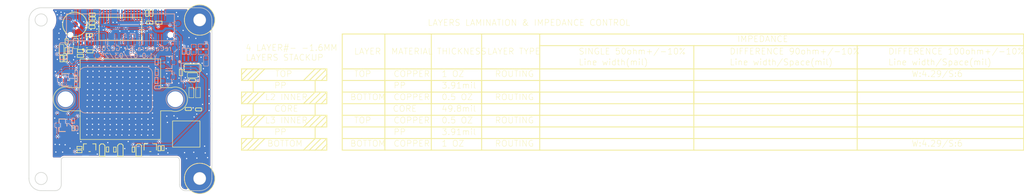
<source format=kicad_pcb>
(kicad_pcb (version 20241229) (generator "pcbnew") (generator_version "9.0")
  (layers (0 "F.Cu" signal) (4 "In1.Cu" signal) (6 "In2.Cu" signal) (2 "B.Cu" signal) (13 "F.Paste" user) (15 "B.Paste" user) (5 "F.SilkS" user "F.Silkscreen") (7 "B.SilkS" user "B.Silkscreen") (1 "F.Mask" user) (3 "B.Mask" user) (25 "Edge.Cuts" user))
  (net 0 "")
  (net 2 "LIGHT_SENSE")
  (net 3 "GND")
  (net 5 "VIN")
  (net 6 "CAM_I2C2_SCL")
  (net 7 "CAM_RX0_CLKN")
  (net 9 "CAM_RX0_4N")
  (net 11 "CAM_RX0_3P")
  (net 13 "CAM_EN")
  (net 14 "WH_PWM")
  (net 15 "CAM_RX0_3N")
  (net 16 "CAM_RX0_1N")
  (net 17 "CAM_RX0_CLKP")
  (net 18 "GPIO15{slash}IR_CUT")
  (net 19 "IR_PWM")
  (net 20 "CAM_I2C2_SDA")
  (net 24 "CAM_RX0_4P")
  (net 25 "RESERVE2")
  (net 26 "AUD_AOUTR")
  (net 27 "AUD_MIC")
  (net 28 "CAM_RX0_1P")
  (net 29 "RESERVE1")
  (net 30 "CAM_RX0_0P")
  (net 31 "CAM_RX0_0N")
  (net 32 "Net-(MIC1-+)")
  (net 33 "Net-(C2-Pad1)")
  (net 34 "Net-(C4-Pad2)")
  (net 35 "AVDD")
  (net 36 "3V3")
  (net 37 "Net-(C18-Pad2)")
  (net 40 "CAM_1V8")
  (net 43 "Net-(Q2-G)")
  (net 45 "Net-(Q2-D)")
  (net 46 "1V8")
  (net 47 "/24MHz")
  (net 48 "Net-(C19-Pad2)")
  (net 49 "Net-(U3-VCC)")
  (net 50 "Net-(U3-Bypass)")
  (net 51 "Net-(TP5-T)")
  (net 52 "Net-(TP6-T)")
  (net 53 "Net-(J2-Pad24)")
  (net 54 "Net-(X1-ENABLE)")
  (net 55 "Net-(U3-INP)")
  (net 56 "Net-(U3-INN)")
  (net 57 "Net-(U3-CTRL)")
  (net 58 "Net-(U3-VoN)")
  (net 59 "Net-(U3-VoP)")
  (net 60 "Net-(X1-CLK)")
  (net 63 "IOVDD")
  (net 64 "Net-(D5-+)")
  (net 65 "Net-(D6--)")
  (net 66 "Net-(D6-+)")
  (net 67 "Net-(D7--)")
  (net 68 "Net-(D7-+)")
  (net 69 "Net-(Q4-G)")
  (net 70 "Net-(Q5-G)")
  (net 71 "Net-(Q7-G)")
  (net 72 "Net-(Q9-G)")
  (net 73 "Net-(Q6-G)")
  (net 74 "Net-(Q8-G)")
  (footprint "Capacitor:C0201" (layer "F.Cu") (at 127.81 116.67)
    (property "Reference" "C25")
    (property "Value" "1nF")
  )
  (footprint "Crystal:X4-SMD-2.0X1.6MM" (layer "F.Cu") (at 109.49 105.77)
    (property "Reference" "X1")
    (property "Value" "9C24000004")
  )
  (footprint "Capacitor:C0201" (layer "F.Cu") (at 106.18 105.55 90)
    (property "Reference" "C1")
    (property "Value" "100pF")
  )
  (footprint "Resistor:R0201" (layer "F.Cu") (at 109.99 107.14 180)
    (property "Reference" "R11")
    (property "Value" "4.7K")
  )
  (footprint "Capacitor:C0201" (layer "F.Cu") (at 110.37 101.11 180)
    (property "Reference" "C7")
    (property "Value" "100nF")
  )
  (footprint "Misc:TP-D35MIL" (layer "F.Cu") (at 104.84 109.87)
    (property "Reference" "TP12")
    (property "Value" "Test Point")
  )
  (footprint "Mosfet:SOT-323" (layer "F.Cu") (at 119.89 122.951 -90)
    (property "Reference" "Q5")
    (property "Value" "LBSS138WT1G")
  )
  (footprint "Capacitor:C0201" (layer "F.Cu") (at 120.06 100.9 -90)
    (property "Reference" "C16")
    (property "Value" "1uF")
  )
  (footprint "Resistor:R0201" (layer "F.Cu") (at 108.42 107.88 180)
    (property "Reference" "R6")
    (property "Value" "4.7K")
  )
  (footprint "Capacitor:C0201" (layer "F.Cu") (at 110.35 102.49 180)
    (property "Reference" "C9")
    (property "Value" "100nF")
  )
  (footprint "Resistor:R0201" (layer "F.Cu") (at 124.91 110.63 -90)
    (property "Reference" "R14")
    (property "Value" "0R")
  )
  (footprint "Capacitor:C0603" (layer "F.Cu") (at 126.8 109.88)
    (property "Reference" "C20")
    (property "Value" "10uF")
  )
  (footprint "Mosfet:SOT-323" (layer "F.Cu") (at 105.572 119.27)
    (property "Reference" "Q6")
    (property "Value" "CJ2101")
  )
  (footprint "Resistor:R0201" (layer "F.Cu") (at 108.28 122.95 180)
    (property "Reference" "R28")
    (property "Value" "47K")
  )
  (footprint "Resistor:R0201" (layer "F.Cu") (at 117.12 123.26 90)
    (property "Reference" "R33")
    (property "Value" "1K")
  )
  (footprint "Capacitor:C0402" (layer "F.Cu") (at 105.3 106.86 -90)
    (property "Reference" "C4")
    (property "Value" "2.2uF")
  )
  (footprint "Misc:MIC-5P-SMD-4X4MM" (layer "F.Cu") (at 107.512988 102.72 90)
    (property "Reference" "MIC1")
    (property "Value" "HMD-4013B423-CR1")
  )
  (footprint "Connector:BTB2x12P_0d4_7_02x3_76x0_9mm" (layer "F.Cu") (at 114.98 103.45)
    (property "Reference" "J2" (hide yes))
    (property "Value" "DF30FC-24DS-0.4V")
  )
  (footprint "Connector:GH2-1.25-7.4X5.3X3.5MM" (layer "F.Cu") (at 125.79 117.06 180)
    (property "Reference" "J3")
    (property "Value" "1.25-2A-WT")
  )
  (footprint "Resistor:R0201" (layer "F.Cu") (at 107.71 111.63 90)
    (property "Reference" "R36")
    (property "Value" "100K")
  )
  (footprint "Resistor:R0402" (layer "F.Cu") (at 127.71 113.9 -90)
    (property "Reference" "R16")
    (property "Value" "0R")
  )
  (footprint "Mosfet:SOT-323" (layer "F.Cu") (at 109.94 122.949 -90)
    (property "Reference" "Q4")
    (property "Value" "LBSS138WT1G")
  )
  (footprint "Resistor:R0201" (layer "F.Cu") (at 119.8 102.43)
    (property "Reference" "R8")
    (property "Value" "10K")
  )
  (footprint "Diode:LED-0402" (layer "F.Cu") (at 114.99 123.4625 -90)
    (property "Reference" "D5")
    (property "Value" "Green")
  )
  (footprint "Capacitor:C0201" (layer "F.Cu") (at 110.37 101.78 180)
    (property "Reference" "C15")
    (property "Value" "1uF")
  )
  (footprint "Diode:LED-0402" (layer "F.Cu") (at 117.987988 123.4625 -90)
    (property "Reference" "D7")
    (property "Value" "Blue")
  )
  (footprint "Resistor:R0201" (layer "F.Cu") (at 107.242 119.76 90)
    (property "Reference" "R24")
    (property "Value" "100K")
  )
  (footprint "Resistor:R0201" (layer "F.Cu") (at 106.16 107.05 -90)
    (property "Reference" "R2")
    (property "Value" "2.2R")
  )
  (footprint "Resistor:R0201" (layer "F.Cu") (at 114.08 123.27 90)
    (property "Reference" "R34")
    (property "Value" "1K")
  )
  (footprint "Capacitor:C0201" (layer "F.Cu") (at 126.8 111.9)
    (property "Reference" "C21")
    (property "Value" "100nF")
  )
  (footprint "Resistor:R0201" (layer "F.Cu") (at 121.96 123.02 -90)
    (property "Reference" "R32")
    (property "Value" "47K")
  )
  (footprint "Resistor:R0402" (layer "F.Cu") (at 126.62 113.91 -90)
    (property "Reference" "R17")
    (property "Value" "0R")
  )
  (footprint "Resistor:R0201" (layer "F.Cu") (at 121.3 102.45 180)
    (property "Reference" "R7")
    (property "Value" "10K")
  )
  (footprint "Capacitor:C0402" (layer "F.Cu") (at 126.81 111.08)
    (property "Reference" "C22")
    (property "Value" "1uF")
  )
  (footprint "Resistor:R0201" (layer "F.Cu") (at 108.44 107.1)
    (property "Reference" "R9")
    (property "Value" "1K")
  )
  (footprint "Resistor:R0201" (layer "F.Cu") (at 106.87 107.04 90)
    (property "Reference" "R1")
    (property "Value" "2.2K")
  )
  (footprint "Capacitor:C0201" (layer "F.Cu") (at 110.33 103.16 180)
    (property "Reference" "C17")
    (property "Value" "1uF")
  )
  (footprint "Resistor:R0201" (layer "F.Cu") (at 109.88 104.48)
    (property "Reference" "R18")
    (property "Value" "0R")
  )
  (footprint "Resistor:R0201" (layer "F.Cu") (at 108.27 123.57)
    (property "Reference" "R26")
    (property "Value" "1K")
  )
  (footprint "Resistor:R0201" (layer "F.Cu") (at 121.38 123.05 -90)
    (property "Reference" "R31")
    (property "Value" "1K")
  )
  (footprint "Resistor:R0201" (layer "F.Cu") (at 105.35 108.35 90)
    (property "Reference" "R3")
    (property "Value" "1.2K")
  )
  (footprint "Connector:PTH_5X2MM" (layer "F.Cu") (at 127.987988 102)
    (property "Reference" "M1")
    (property "Value" "PTH_5X2MM")
  )
  (footprint "Resistor:R0201" (layer "F.Cu") (at 112.87 123.24 90)
    (property "Reference" "R29")
    (property "Value" "1K")
  )
  (footprint "Misc:TP-D35MIL" (layer "F.Cu") (at 105.53 121.28)
    (property "Reference" "TP11")
    (property "Value" "Test Point")
  )
  (footprint "Capacitor:C0402" (layer "F.Cu") (at 107.67 105.86 -90)
    (property "Reference" "C10")
    (property "Value" "1uF")
  )
  (footprint "Capacitor:C0201" (layer "F.Cu") (at 119.37 100.91 -90)
    (property "Reference" "C8")
    (property "Value" "100nF")
  )
  (footprint "Connector:PTH_5X2MM" (layer "F.Cu") (at 127.988001 127.999977)
    (property "Reference" "M2")
    (property "Value" "PTH_5X2MM")
  )
  (footprint "Misc:TP-D35MIL" (layer "F.Cu") (at 127.71 115.77 180)
    (property "Reference" "TP6" (hide yes))
    (property "Value" "Test Point" (hide yes))
  )
  (footprint "Capacitor:C0201" (layer "F.Cu") (at 126.13 116.6)
    (property "Reference" "C24")
    (property "Value" "1nF")
  )
  (footprint "Diode:LED-0402" (layer "F.Cu") (at 111.99 123.4625 -90)
    (property "Reference" "D6")
    (property "Value" "Red")
  )
  (footprint "Mosfet:SOT-323" (layer "F.Cu") (at 106.0265 111.84)
    (property "Reference" "Q8")
    (property "Value" "CJ2101")
  )
  (footprint "Resistor:R0201" (layer "F.Cu") (at 106.02 108.34 -90)
    (property "Reference" "R4")
    (property "Value" "680R")
  )
  (footprint "Misc:TP-D35MIL" (layer "F.Cu") (at 126.53 115.75 180)
    (property "Reference" "TP5" (hide yes))
    (property "Value" "Test Point" (hide yes))
  )
  (footprint "Resistor:R0201" (layer "B.Cu") (at 120.89 111.92 90)
    (property "Reference" "R25")
    (property "Value" "1K")
  )
  (footprint "Resistor:R0201" (layer "B.Cu") (at 120.919999 108.86 90)
    (property "Reference" "R22")
    (property "Value" "100K")
  )
  (footprint "Mosfet:SOT-323" (layer "B.Cu") (at 106.01 111.83)
    (property "Reference" "Q9")
    (property "Value" "LBSS138WT1G")
  )
  (footprint "Capacitor:C0201" (layer "B.Cu") (at 107.832 119.76 -90)
    (property "Reference" "C27")
    (property "Value" "100nF")
  )
  (footprint "Mosfet:SOT-323" (layer "B.Cu") (at 122.789998 111.37 180)
    (property "Reference" "Q2")
    (property "Value" "LBSS138WT1G")
  )
  (footprint "Resistor:R0201" (layer "B.Cu") (at 107.74 110.65 -90)
    (property "Reference" "R37")
    (property "Value" "100K")
  )
  (footprint "Resistor:R0402" (layer "B.Cu") (at 126.998199 106.819999 -90)
    (property "Reference" "R12")
    (property "Value" "30K")
  )
  (footprint "Ic:MSOP8-0.65-3X3X1MM" (layer "B.Cu") (at 126.454999 110.595)
    (property "Reference" "U3")
    (property "Value" "NS4150B")
  )
  (footprint "Resistor:R0201" (layer "B.Cu") (at 107.252 118.52 -90)
    (property "Reference" "R27")
    (property "Value" "1K")
  )
  (footprint "Capacitor:C0201" (layer "B.Cu") (at 126.108001 107.129999 90)
    (property "Reference" "C23")
    (property "Value" "100nF")
  )
  (footprint "Resistor:R0402" (layer "B.Cu") (at 128.577999 107.259999 180)
    (property "Reference" "R13")
    (property "Value" "30K")
  )
  (footprint "Resistor:R0201" (layer "B.Cu") (at 120.939999 110.58 -90)
    (property "Reference" "R23")
    (property "Value" "100K")
  )
  (footprint "Capacitor:C0603" (layer "B.Cu") (at 105.65 107.14 90)
    (property "Reference" "C2")
    (property "Value" "22uF")
  )
  (footprint "Connector:M1.6-D3.18MM" (layer "B.Cu") (at 101.211954 114.230062 180)
    (property "Reference" "M4")
    (property "Value" "SMTSOM1.610BTR")
  )
  (footprint "Misc:TP-D35MIL" (layer "B.Cu") (at 111.17 107.83 180)
    (property "Reference" "TP9")
    (property "Value" "Test Point")
  )
  (footprint "Resistor:R0201" (layer "B.Cu") (at 125.388 107.109999 90)
    (property "Reference" "R15")
    (property "Value" "10K")
  )
  (footprint "Misc:TP-D35MIL" (layer "B.Cu") (at 109.88 107.05 90)
    (property "Reference" "TP7" (hide yes))
    (property "Value" "Test Point" (hide yes))
  )
  (footprint "Capacitor:C0201" (layer "B.Cu") (at 107.71 111.59 -90)
    (property "Reference" "C28")
    (property "Value" "100nF")
  )
  (footprint "Connector:M1.6-D3.18MM" (layer "B.Cu") (at 119.422 113.63 180)
    (property "Reference" "M3")
    (property "Value" "SMTSOM1.610BTR")
  )
  (footprint "Resistor:R0201" (layer "B.Cu") (at 107.69 112.54 90)
    (property "Reference" "R35")
    (property "Value" "1K")
  )
  (footprint "Misc:TP-D35MIL" (layer "B.Cu") (at 124.42 102.57 180)
    (property "Reference" "TP10")
    (property "Value" "Test Point")
  )
  (footprint "Mosfet:SOT-323" (layer "B.Cu") (at 122.81 108.96 180)
    (property "Reference" "Q3")
    (property "Value" "CJ2101")
  )
  (footprint "Capacitor:C0201" (layer "B.Cu") (at 121.1 113.03)
    (property "Reference" "C26")
    (property "Value" "100nF")
  )
  (footprint "Connector:BTB60-Male-Female-0.5-17.7x4.4mm" (layer "B.Cu") (at 114.987988 103.2 180)
    (property "Reference" "J1")
    (property "Value" "ST-BTB-058060-B")
  )
  (footprint "Resistor:R0201" (layer "B.Cu") (at 107.242 119.76 90)
    (property "Reference" "R30")
    (property "Value" "100K")
  )
  (footprint "Capacitor:C0402" (layer "B.Cu") (at 128.588 106.339999 180)
    (property "Reference" "C18")
    (property "Value" "2.2uF")
  )
  (footprint "Capacitor:C0402" (layer "B.Cu") (at 129.028 108.719999 90)
    (property "Reference" "C19")
    (property "Value" "2.2uF")
  )
  (footprint "Misc:TP-D35MIL" (layer "B.Cu") (at 123.81 106.66 -90)
    (property "Reference" "TP8" (hide yes))
    (property "Value" "Test Point" (hide yes))
  )
  (footprint "Capacitor:C0201" (layer "B.Cu") (at 106.88 107.01 90)
    (property "Reference" "C3")
    (property "Value" "100nF")
  )
  (footprint "Mosfet:SOT-323" (layer "B.Cu") (at 105.572 119.27)
    (property "Reference" "Q7")
    (property "Value" "LBSS138WT1G")
  )
  (gr_line (start 134.865 111.925) (end 135.8175 111.925) (stroke (width 0.1524)) (layer "F.SilkS"))
  (gr_line (start 174.235 111.925) (end 174.235 123.355) (stroke (width 0.1524)) (layer "F.SilkS"))
  (gr_line (start 174.235 104.305) (end 174.235 115.735) (stroke (width 0.1524)) (layer "F.SilkS"))
  (gr_line (start 135.8175 123.355) (end 136.77 123.355) (stroke (width 0.1524)) (layer "F.SilkS"))
  (gr_line (start 134.865 119.545) (end 134.865 118.5925) (stroke (width 0.1524)) (layer "F.SilkS"))
  (gr_line (start 147.946 115.735) (end 146.93 115.735) (stroke (width 0.1524)) (layer "F.SilkS"))
  (gr_line (start 147.8825 113.83) (end 146.93 113.83) (stroke (width 0.1524)) (layer "F.SilkS"))
  (gr_line (start 209.033 106.21) (end 209.033 115.735) (stroke (width 0.1524)) (layer "F.SilkS"))
  (gr_line (start 165.98 123.355) (end 174.235 123.355) (stroke (width 0.1524)) (layer "F.SilkS"))
  (gr_line (start 151.375 117.64) (end 263.135 117.64) (stroke (width 0.1524)) (layer "F.SilkS"))
  (gr_line (start 136.77 111.925) (end 136.77 113.83) (stroke (width 0.1524)) (layer "F.SilkS"))
  (gr_line (start 158.36 104.305) (end 158.36 115.735) (stroke (width 0.1524)) (layer "F.SilkS"))
  (gr_line (start 145.9775 123.355) (end 147.8825 121.45) (stroke (width 0.1524)) (layer "F.SilkS"))
  (gr_line (start 263.135 117.64) (end 263.135 123.355) (stroke (width 0.1524)) (layer "F.SilkS"))
  (gr_line (start 174.235 104.305) (end 165.98 104.305) (stroke (width 0.1524)) (layer "F.SilkS"))
  (gr_line (start 263.135 113.83) (end 263.135 115.735) (stroke (width 0.1524)) (layer "F.SilkS"))
  (gr_line (start 146.93 111.925) (end 148.835 110.02) (stroke (width 0.1524)) (layer "F.SilkS"))
  (gr_line (start 263.135 106.21) (end 263.135 104.305) (stroke (width 0.1524)) (layer "F.SilkS"))
  (gr_line (start 183.76 106.21) (end 183.76 115.735) (stroke (width 0.1524)) (layer "F.SilkS"))
  (gr_line (start 135.754 110.02) (end 134.865 110.9725) (stroke (width 0.1524)) (layer "F.SilkS"))
  (gr_line (start 145.9775 115.735) (end 136.77 115.735) (stroke (width 0.1524)) (layer "F.SilkS"))
  (gr_line (start 134.865 121.45) (end 135.754 121.45) (stroke (width 0.1524)) (layer "F.SilkS"))
  (gr_line (start 147.8825 110.02) (end 146.93 110.02) (stroke (width 0.1524)) (layer "F.SilkS"))
  (gr_line (start 134.865 123.355) (end 134.865 122.4025) (stroke (width 0.1524)) (layer "F.SilkS"))
  (gr_line (start 183.76 104.305) (end 183.76 106.21) (stroke (width 0.1524)) (layer "F.SilkS"))
  (gr_line (start 151.375 104.305) (end 151.375 110.02) (stroke (width 0.1524)) (layer "F.SilkS"))
  (gr_line (start 135.754 113.83) (end 136.77 113.83) (stroke (width 0.1524)) (layer "F.SilkS"))
  (gr_line (start 147.946 111.925) (end 146.93 111.925) (stroke (width 0.1524)) (layer "F.SilkS"))
  (gr_line (start 136.77 117.64) (end 137.7225 117.64) (stroke (width 0.1524)) (layer "F.SilkS"))
  (gr_line (start 147.946 119.545) (end 148.835 119.545) (stroke (width 0.1524)) (layer "F.SilkS"))
  (gr_line (start 146.93 111.925) (end 145.9775 111.925) (stroke (width 0.1524)) (layer "F.SilkS"))
  (gr_line (start 135.8175 115.735) (end 136.77 115.735) (stroke (width 0.1524)) (layer "F.SilkS"))
  (gr_line (start 235.83 115.735) (end 263.135 115.735) (stroke (width 0.1524)) (layer "F.SilkS"))
  (gr_line (start 145.9775 119.545) (end 136.77 119.545) (stroke (width 0.1524)) (layer "F.SilkS"))
  (gr_line (start 148.835 113.83) (end 148.835 114.7825) (stroke (width 0.1524)) (layer "F.SilkS"))
  (gr_line (start 134.865 117.64) (end 135.754 117.64) (stroke (width 0.1524)) (layer "F.SilkS"))
  (gr_line (start 151.375 111.925) (end 263.135 111.925) (stroke (width 0.1524)) (layer "F.SilkS"))
  (gr_line (start 147.946 123.355) (end 148.835 122.4025) (stroke (width 0.1524)) (layer "F.SilkS"))
  (gr_line (start 145.025 123.355) (end 146.93 121.45) (stroke (width 0.1524)) (layer "F.SilkS"))
  (gr_line (start 151.375 117.64) (end 151.375 123.355) (stroke (width 0.1524)) (layer "F.SilkS"))
  (gr_arc (start 106.612485 116.9) (mid 103.987983 114.99997) (end 106.612625 113.1) (stroke (width 0.1)) (layer "F.SilkS"))
  (gr_line (start 146.93 123.355) (end 148.835 121.45) (stroke (width 0.1524)) (layer "F.SilkS"))
  (gr_line (start 148.835 118.5925) (end 148.835 119.545) (stroke (width 0.1524)) (layer "F.SilkS"))
  (gr_line (start 145.9775 111.925) (end 136.77 111.925) (stroke (width 0.1524)) (layer "F.SilkS"))
  (gr_line (start 121.587988 121.6) (end 121.587988 116.9) (stroke (width 0.1)) (layer "F.SilkS"))
  (gr_line (start 108.387988 121.6) (end 121.587988 121.6) (stroke (width 0.1)) (layer "F.SilkS"))
  (gr_line (start 145.025 119.545) (end 146.93 117.64) (stroke (width 0.1524)) (layer "F.SilkS"))
  (gr_line (start 135.754 121.45) (end 136.77 121.45) (stroke (width 0.1524)) (layer "F.SilkS"))
  (gr_line (start 137.7225 121.45) (end 135.8175 123.355) (stroke (width 0.1524)) (layer "F.SilkS"))
  (gr_line (start 148.835 117.64) (end 148.835 118.5925) (stroke (width 0.1524)) (layer "F.SilkS"))
  (gr_line (start 123.363489 113.1) (end 121.587988 113.1) (stroke (width 0.1)) (layer "F.SilkS"))
  (gr_line (start 151.375 113.83) (end 263.135 113.83) (stroke (width 0.1524)) (layer "F.SilkS"))
  (gr_line (start 147.946 123.355) (end 148.835 123.355) (stroke (width 0.1524)) (layer "F.SilkS"))
  (gr_line (start 147.8825 117.64) (end 146.93 117.64) (stroke (width 0.1524)) (layer "F.SilkS"))
  (gr_line (start 147.946 115.735) (end 148.835 115.735) (stroke (width 0.1524)) (layer "F.SilkS"))
  (gr_line (start 148.835 110.02) (end 148.835 110.9725) (stroke (width 0.1524)) (layer "F.SilkS"))
  (gr_arc (start 105.215247 115.207056) (mid 106.553696 114.434274) (end 105.780932 115.772741) (stroke (width 0.1)) (layer "F.SilkS"))
  (gr_line (start 183.76 113.83) (end 183.76 123.355) (stroke (width 0.1524)) (layer "F.SilkS"))
  (gr_line (start 148.835 121.45) (end 148.835 122.4025) (stroke (width 0.1524)) (layer "F.SilkS"))
  (gr_line (start 135.754 121.45) (end 134.865 122.4025) (stroke (width 0.1524)) (layer "F.SilkS"))
  (gr_line (start 183.76 104.305) (end 174.235 104.305) (stroke (width 0.1524)) (layer "F.SilkS"))
  (gr_line (start 145.9775 111.925) (end 147.8825 110.02) (stroke (width 0.1524)) (layer "F.SilkS"))
  (gr_arc (start 123.363489 113.1) (mid 125.987983 114.99997) (end 123.363629 116.9) (stroke (width 0.1)) (layer "F.SilkS"))
  (gr_line (start 146.93 115.735) (end 148.835 113.83) (stroke (width 0.1524)) (layer "F.SilkS"))
  (gr_line (start 134.865 118.5925) (end 134.865 117.64) (stroke (width 0.1524)) (layer "F.SilkS"))
  (gr_line (start 134.865 111.925) (end 134.865 110.9725) (stroke (width 0.1524)) (layer "F.SilkS"))
  (gr_line (start 134.865 110.9725) (end 134.865 110.02) (stroke (width 0.1524)) (layer "F.SilkS"))
  (gr_line (start 146.93 113.83) (end 137.7225 113.83) (stroke (width 0.1524)) (layer "F.SilkS"))
  (gr_line (start 148.835 122.4025) (end 148.835 123.355) (stroke (width 0.1524)) (layer "F.SilkS"))
  (gr_line (start 147.946 115.735) (end 148.835 114.7825) (stroke (width 0.1524)) (layer "F.SilkS"))
  (gr_line (start 145.025 111.925) (end 146.93 110.02) (stroke (width 0.1524)) (layer "F.SilkS"))
  (gr_line (start 209.033 123.355) (end 235.83 123.355) (stroke (width 0.1524)) (layer "F.SilkS"))
  (gr_line (start 174.235 123.355) (end 183.76 123.355) (stroke (width 0.1524)) (layer "F.SilkS"))
  (gr_line (start 209.033 106.21) (end 235.83 106.21) (stroke (width 0.1524)) (layer "F.SilkS"))
  (gr_line (start 146.93 111.925) (end 146.93 113.83) (stroke (width 0.1524)) (layer "F.SilkS"))
  (gr_line (start 147.946 111.925) (end 148.835 110.9725) (stroke (width 0.1524)) (layer "F.SilkS"))
  (gr_line (start 263.135 110.02) (end 263.135 106.21) (stroke (width 0.1524)) (layer "F.SilkS"))
  (gr_line (start 148.835 121.45) (end 147.8825 121.45) (stroke (width 0.1524)) (layer "F.SilkS"))
  (gr_line (start 146.93 119.545) (end 146.93 121.45) (stroke (width 0.1524)) (layer "F.SilkS"))
  (gr_line (start 165.98 104.305) (end 165.98 115.735) (stroke (width 0.1524)) (layer "F.SilkS"))
  (gr_line (start 121.587988 113.1) (end 121.587988 108.4) (stroke (width 0.1)) (layer "F.SilkS"))
  (gr_line (start 146.93 119.545) (end 148.835 117.64) (stroke (width 0.1524)) (layer "F.SilkS"))
  (gr_line (start 147.946 119.545) (end 146.93 119.545) (stroke (width 0.1524)) (layer "F.SilkS"))
  (gr_line (start 145.9775 123.355) (end 136.77 123.355) (stroke (width 0.1524)) (layer "F.SilkS"))
  (gr_line (start 146.93 115.735) (end 146.93 117.64) (stroke (width 0.1524)) (layer "F.SilkS"))
  (gr_line (start 263.135 110.02) (end 263.135 113.83) (stroke (width 0.1524)) (layer "F.SilkS"))
  (gr_line (start 108.387988 116.9) (end 108.387988 121.6) (stroke (width 0.1)) (layer "F.SilkS"))
  (gr_line (start 136.77 121.45) (end 134.865 123.355) (stroke (width 0.1524)) (layer "F.SilkS"))
  (gr_line (start 235.83 106.21) (end 263.135 106.21) (stroke (width 0.1524)) (layer "F.SilkS"))
  (gr_line (start 134.865 123.355) (end 135.8175 123.355) (stroke (width 0.1524)) (layer "F.SilkS"))
  (gr_line (start 183.76 106.21) (end 209.033 106.21) (stroke (width 0.1524)) (layer "F.SilkS"))
  (gr_line (start 136.77 110.02) (end 137.7225 110.02) (stroke (width 0.1524)) (layer "F.SilkS"))
  (gr_line (start 158.36 123.355) (end 165.98 123.355) (stroke (width 0.1524)) (layer "F.SilkS"))
  (gr_line (start 121.587988 116.9) (end 123.363629 116.9) (stroke (width 0.1)) (layer "F.SilkS"))
  (gr_line (start 136.77 113.83) (end 137.7225 113.83) (stroke (width 0.1524)) (layer "F.SilkS"))
  (gr_line (start 121.587988 108.4) (end 108.387988 108.4) (stroke (width 0.1)) (layer "F.SilkS"))
  (gr_line (start 147.946 119.545) (end 148.835 118.5925) (stroke (width 0.1524)) (layer "F.SilkS"))
  (gr_line (start 134.865 110.02) (end 135.754 110.02) (stroke (width 0.1524)) (layer "F.SilkS"))
  (gr_line (start 138.675 110.02) (end 136.77 111.925) (stroke (width 0.1524)) (layer "F.SilkS"))
  (gr_line (start 151.375 115.735) (end 158.36 115.735) (stroke (width 0.1524)) (layer "F.SilkS"))
  (gr_line (start 235.83 123.355) (end 263.135 123.355) (stroke (width 0.1524)) (layer "F.SilkS"))
  (gr_line (start 146.93 119.545) (end 145.9775 119.545) (stroke (width 0.1524)) (layer "F.SilkS"))
  (gr_line (start 151.375 121.45) (end 263.135 121.45) (stroke (width 0.1524)) (layer "F.SilkS"))
  (gr_line (start 145.9775 115.735) (end 147.8825 113.83) (stroke (width 0.1524)) (layer "F.SilkS"))
  (gr_line (start 183.76 123.355) (end 209.033 123.355) (stroke (width 0.1524)) (layer "F.SilkS"))
  (gr_line (start 147.946 123.355) (end 146.93 123.355) (stroke (width 0.1524)) (layer "F.SilkS"))
  (gr_line (start 174.235 115.735) (end 183.76 115.735) (stroke (width 0.1524)) (layer "F.SilkS"))
  (gr_line (start 235.83 106.21) (end 235.83 115.735) (stroke (width 0.1524)) (layer "F.SilkS"))
  (gr_line (start 151.375 110.02) (end 263.135 110.02) (stroke (width 0.1524)) (layer "F.SilkS"))
  (gr_line (start 137.7225 117.64) (end 135.8175 119.545) (stroke (width 0.1524)) (layer "F.SilkS"))
  (gr_line (start 135.8175 111.925) (end 136.77 111.925) (stroke (width 0.1524)) (layer "F.SilkS"))
  (gr_line (start 135.754 117.64) (end 134.865 118.5925) (stroke (width 0.1524)) (layer "F.SilkS"))
  (gr_line (start 136.77 115.735) (end 136.77 117.64) (stroke (width 0.1524)) (layer "F.SilkS"))
  (gr_line (start 138.675 117.64) (end 136.77 119.545) (stroke (width 0.1524)) (layer "F.SilkS"))
  (gr_line (start 147.946 111.925) (end 148.835 111.925) (stroke (width 0.1524)) (layer "F.SilkS"))
  (gr_line (start 148.835 110.02) (end 147.8825 110.02) (stroke (width 0.1524)) (layer "F.SilkS"))
  (gr_line (start 151.375 123.355) (end 158.36 123.355) (stroke (width 0.1524)) (layer "F.SilkS"))
  (gr_line (start 106.612485 116.9) (end 108.387988 116.9) (stroke (width 0.1)) (layer "F.SilkS"))
  (gr_line (start 263.135 104.305) (end 183.76 104.305) (stroke (width 0.1524)) (layer "F.SilkS"))
  (gr_line (start 136.77 110.02) (end 134.865 111.925) (stroke (width 0.1524)) (layer "F.SilkS"))
  (gr_line (start 136.77 113.83) (end 134.865 115.735) (stroke (width 0.1524)) (layer "F.SilkS"))
  (gr_line (start 146.93 123.355) (end 145.9775 123.355) (stroke (width 0.1524)) (layer "F.SilkS"))
  (gr_line (start 134.865 119.545) (end 135.8175 119.545) (stroke (width 0.1524)) (layer "F.SilkS"))
  (gr_line (start 235.83 113.83) (end 235.83 123.355) (stroke (width 0.1524)) (layer "F.SilkS"))
  (gr_line (start 137.7225 110.02) (end 135.8175 111.925) (stroke (width 0.1524)) (layer "F.SilkS"))
  (gr_line (start 263.135 115.735) (end 263.135 117.64) (stroke (width 0.1524)) (layer "F.SilkS"))
  (gr_line (start 146.93 110.02) (end 137.7225 110.02) (stroke (width 0.1524)) (layer "F.SilkS"))
  (gr_line (start 165.98 111.925) (end 165.98 123.355) (stroke (width 0.1524)) (layer "F.SilkS"))
  (gr_line (start 148.835 113.83) (end 147.8825 113.83) (stroke (width 0.1524)) (layer "F.SilkS"))
  (gr_line (start 146.93 115.735) (end 145.9775 115.735) (stroke (width 0.1524)) (layer "F.SilkS"))
  (gr_line (start 148.835 110.9725) (end 148.835 111.925) (stroke (width 0.1524)) (layer "F.SilkS"))
  (gr_line (start 183.76 115.735) (end 209.033 115.735) (stroke (width 0.1524)) (layer "F.SilkS"))
  (gr_line (start 209.033 113.83) (end 209.033 123.355) (stroke (width 0.1524)) (layer "F.SilkS"))
  (gr_line (start 134.865 115.735) (end 135.8175 115.735) (stroke (width 0.1524)) (layer "F.SilkS"))
  (gr_line (start 134.865 115.735) (end 134.865 114.7825) (stroke (width 0.1524)) (layer "F.SilkS"))
  (gr_line (start 145.9775 119.545) (end 147.8825 117.64) (stroke (width 0.1524)) (layer "F.SilkS"))
  (gr_line (start 138.675 113.83) (end 136.77 115.735) (stroke (width 0.1524)) (layer "F.SilkS"))
  (gr_line (start 165.98 104.305) (end 158.36 104.305) (stroke (width 0.1524)) (layer "F.SilkS"))
  (gr_line (start 147.8825 121.45) (end 146.93 121.45) (stroke (width 0.1524)) (layer "F.SilkS"))
  (gr_line (start 209.033 115.735) (end 235.83 115.735) (stroke (width 0.1524)) (layer "F.SilkS"))
  (gr_line (start 136.77 117.64) (end 134.865 119.545) (stroke (width 0.1524)) (layer "F.SilkS"))
  (gr_line (start 135.754 117.64) (end 136.77 117.64) (stroke (width 0.1524)) (layer "F.SilkS"))
  (gr_line (start 138.675 121.45) (end 136.77 123.355) (stroke (width 0.1524)) (layer "F.SilkS"))
  (gr_line (start 108.387988 108.4) (end 108.387988 113.1) (stroke (width 0.1)) (layer "F.SilkS"))
  (gr_line (start 146.93 121.45) (end 137.7225 121.45) (stroke (width 0.1524)) (layer "F.SilkS"))
  (gr_line (start 134.865 122.4025) (end 134.865 121.45) (stroke (width 0.1524)) (layer "F.SilkS"))
  (gr_line (start 136.77 119.545) (end 136.77 121.45) (stroke (width 0.1524)) (layer "F.SilkS"))
  (gr_line (start 151.375 115.735) (end 151.375 117.64) (stroke (width 0.1524)) (layer "F.SilkS"))
  (gr_line (start 135.8175 119.545) (end 136.77 119.545) (stroke (width 0.1524)) (layer "F.SilkS"))
  (gr_line (start 134.865 114.7825) (end 134.865 113.83) (stroke (width 0.1524)) (layer "F.SilkS"))
  (gr_line (start 148.835 117.64) (end 147.8825 117.64) (stroke (width 0.1524)) (layer "F.SilkS"))
  (gr_line (start 145.025 115.735) (end 146.93 113.83) (stroke (width 0.1524)) (layer "F.SilkS"))
  (gr_line (start 151.375 110.02) (end 151.375 115.735) (stroke (width 0.1524)) (layer "F.SilkS"))
  (gr_line (start 148.835 114.7825) (end 148.835 115.735) (stroke (width 0.1524)) (layer "F.SilkS"))
  (gr_line (start 158.36 115.735) (end 165.98 115.735) (stroke (width 0.1524)) (layer "F.SilkS"))
  (gr_line (start 108.387988 113.1) (end 106.612625 113.1) (stroke (width 0.1)) (layer "F.SilkS"))
  (gr_line (start 137.7225 113.83) (end 135.8175 115.735) (stroke (width 0.1524)) (layer "F.SilkS"))
  (gr_line (start 146.93 117.64) (end 137.7225 117.64) (stroke (width 0.1524)) (layer "F.SilkS"))
  (gr_line (start 158.36 111.925) (end 158.36 123.355) (stroke (width 0.1524)) (layer "F.SilkS"))
  (gr_line (start 165.98 115.735) (end 174.235 115.735) (stroke (width 0.1524)) (layer "F.SilkS"))
  (gr_line (start 136.77 121.45) (end 137.7225 121.45) (stroke (width 0.1524)) (layer "F.SilkS"))
  (gr_line (start 135.754 110.02) (end 136.77 110.02) (stroke (width 0.1524)) (layer "F.SilkS"))
  (gr_line (start 135.754 113.83) (end 134.865 114.7825) (stroke (width 0.1524)) (layer "F.SilkS"))
  (gr_line (start 158.36 104.305) (end 151.375 104.305) (stroke (width 0.1524)) (layer "F.SilkS"))
  (gr_line (start 151.375 119.545) (end 263.135 119.545) (stroke (width 0.1524)) (layer "F.SilkS"))
  (gr_line (start 134.865 113.83) (end 135.754 113.83) (stroke (width 0.1524)) (layer "F.SilkS"))
  (gr_line (start 109.238001 117.25) (end 119.249126 117.25) (stroke (width 0.1)) (layer "B.SilkS"))
  (gr_arc (start 119.238001 109.75) (mid 119.945095 110.04289) (end 120.237988 110.75) (stroke (width 0.1)) (layer "B.SilkS"))
  (gr_circle (center 123.989954 115.000062) (end 125.489954 115.000062) (stroke (width 0.1)) (fill no) (layer "B.SilkS"))
  (gr_arc (start 120.237988 116.249977) (mid 119.945086 116.957087) (end 119.249126 117.25) (stroke (width 0.1)) (layer "B.SilkS"))
  (gr_line (start 119.238001 109.75) (end 109.237988 109.75) (stroke (width 0.1)) (layer "B.SilkS"))
  (gr_line (start 120.237988 116.249977) (end 120.237988 110.75) (stroke (width 0.1)) (layer "B.SilkS"))
  (gr_arc (start 109.238001 117.25) (mid 108.530881 116.957104) (end 108.237988 116.245505) (stroke (width 0.1)) (layer "B.SilkS"))
  (gr_arc (start 108.237988 110.749977) (mid 108.530872 110.042874) (end 109.237988 109.75) (stroke (width 0.1)) (layer "B.SilkS"))
  (gr_line (start 108.237988 116.245505) (end 108.237988 110.749977) (stroke (width 0.1)) (layer "B.SilkS"))
  (gr_circle (center 105.989954 115.000062) (end 107.489954 115.000062) (stroke (width 0.1)) (fill no) (layer "B.SilkS"))
  (gr_line (start 124.1892 124.504276) (end 105.7862 124.504276) (stroke (width 0.1)) (layer "Edge.Cuts"))
  (gr_arc (start 105.289167 129.0043) (mid 104.995635 129.712031) (end 104.287367 130.004265) (stroke (width 0.1)) (layer "Edge.Cuts"))
  (gr_arc (start 125.6892 130.004276) (mid 124.978798 129.708045) (end 124.689167 128.994927) (stroke (width 0.1)) (layer "Edge.Cuts"))
  (gr_circle (center 101.988 102) (end 102.988 102) (stroke (width 0.1)) (fill no) (layer "Edge.Cuts"))
  (gr_circle (center 127.989954 102.000062) (end 128.989954 102.000062) (stroke (width 0.1)) (fill no) (layer "Edge.Cuts"))
  (gr_line (start 127.989168 130.004276) (end 125.6892 130.004276) (stroke (width 0.1)) (layer "Edge.Cuts"))
  (gr_arc (start 129.989954 127.9999) (mid 129.404205 129.414157) (end 127.989968 129.999952) (stroke (width 0.1)) (layer "Edge.Cuts"))
  (gr_line (start 129.989954 119.000062) (end 129.989954 127.9999) (stroke (width 0.1)) (layer "Edge.Cuts"))
  (gr_arc (start 124.1892 124.504276) (mid 124.542727 124.650728) (end 124.689167 125.004277) (stroke (width 0.1)) (layer "Edge.Cuts"))
  (gr_line (start 129.989954 102.000105) (end 129.989954 111.000062) (stroke (width 0.1)) (layer "Edge.Cuts"))
  (gr_line (start 129.989954 119.000062) (end 129.989954 111.000062) (stroke (width 0.1)) (layer "Edge.Cuts"))
  (gr_line (start 104.287367 130.004273) (end 101.986334 130.000055) (stroke (width 0.1)) (layer "Edge.Cuts"))
  (gr_arc (start 105.289167 125.0043) (mid 105.434564 124.651786) (end 105.7862 124.504276) (stroke (width 0.1)) (layer "Edge.Cuts"))
  (gr_line (start 105.289167 125.0043) (end 105.289167 129.0043) (stroke (width 0.1)) (layer "Edge.Cuts"))
  (gr_arc (start 101.986334 130.000055) (mid 100.572005 129.410504) (end 99.989954 127.993072) (stroke (width 0.1)) (layer "Edge.Cuts"))
  (gr_line (start 102.010684 100.000062) (end 127.9899 100.000062) (stroke (width 0.1)) (layer "Edge.Cuts"))
  (gr_line (start 124.689167 128.994927) (end 124.689167 125.004277) (stroke (width 0.1)) (layer "Edge.Cuts"))
  (gr_arc (start 127.9899 100.000062) (mid 129.404142 100.585861) (end 129.989954 102.000105) (stroke (width 0.1)) (layer "Edge.Cuts"))
  (gr_line (start 104.287367 130.004265) (end 104.287367 130.004273) (stroke (width 0.1)) (layer "Edge.Cuts"))
  (gr_line (start 127.989968 129.999952) (end 127.989168 130.004276) (stroke (width 0.1)) (layer "Edge.Cuts"))
  (gr_line (start 99.989954 127.993072) (end 99.989954 101.9999) (stroke (width 0.1)) (layer "Edge.Cuts"))
  (gr_circle (center 101.989954 128.000062) (end 102.989954 128.000062) (stroke (width 0.1)) (fill no) (layer "Edge.Cuts"))
  (gr_arc (start 99.989954 101.9999) (mid 100.583121 100.578425) (end 102.010684 100.000062) (stroke (width 0.1)) (layer "Edge.Cuts"))
  (gr_circle (center 127.989954 128.000062) (end 128.989954 128.000062) (stroke (width 0.1)) (fill no) (layer "Edge.Cuts"))
  (gr_text "COPPER" (at 159.757 122.847 0) (layer "F.SilkS") (effects (font (size 1 1) (thickness 0.0508)) (justify left bottom)))
  (gr_text "Line width(mil)" (at 190.11 109.512 0) (layer "F.SilkS") (effects (font (size 1 1) (thickness 0.0508)) (justify left bottom)))
  (gr_text "LAYERS LAMINATION & IMPEDANCE CONTROL" (at 165.345 103.035 0) (layer "F.SilkS") (effects (font (size 1 1) (thickness 0.0508)) (justify left bottom)))
  (gr_text "MATERIAL" (at 159.376 107.734 0) (layer "F.SilkS") (effects (font (size 1 1) (thickness 0.0508)) (justify left bottom)))
  (gr_text "COPPER" (at 159.757 111.417 0) (layer "F.SilkS") (effects (font (size 1 1) (thickness 0.0508)) (justify left bottom)))
  (gr_text "ROUTING" (at 176.394 122.847 0) (layer "F.SilkS") (effects (font (size 1 1) (thickness 0.0508)) (justify left bottom)))
  (gr_text "SINGLE 50ohm+/-10%" (at 190.11 107.734 0) (layer "F.SilkS") (effects (font (size 1 1) (thickness 0.0508)) (justify left bottom)))
  (gr_text "1 OZ" (at 167.631 111.417 0) (layer "F.SilkS") (effects (font (size 1 1) (thickness 0.0508)) (justify left bottom)))
  (gr_text "ROUTING" (at 176.394 111.417 0) (layer "F.SilkS") (effects (font (size 1 1) (thickness 0.0508)) (justify left bottom)))
  (gr_text "4 LAYER#- -1.6MM\nLAYERS STACKUP" (at 135.5 108.75 0) (layer "F.SilkS") (effects (font (size 1 1) (thickness 0.0508)) (justify left bottom)))
  (gr_text "CORE" (at 159.63 117.132 0) (layer "F.SilkS") (effects (font (size 1 1) (thickness 0.0508)) (justify left bottom)))
  (gr_text "49.8mil" (at 167.631 117.132 0) (layer "F.SilkS") (effects (font (size 1 1) (thickness 0.0508)) (justify left bottom)))
  (gr_text "TOP" (at 153.28 111.417 0) (layer "F.SilkS") (effects (font (size 1 1) (thickness 0.0508)) (justify left bottom)))
  (gr_text "BOTTOM" (at 152.645 115.227 0) (layer "F.SilkS") (effects (font (size 1 1) (thickness 0.0508)) (justify left bottom)))
  (gr_text "L2 INNER" (at 138.675 115.227 0) (layer "F.SilkS") (effects (font (size 1 1) (thickness 0.0508)) (justify left bottom)))
  (gr_text "PP" (at 159.757 113.322 0) (layer "F.SilkS") (effects (font (size 1 1) (thickness 0.0508)) (justify left bottom)))
  (gr_text "W:4.29/S:6" (at 244.72 111.417 0) (layer "F.SilkS") (effects (font (size 1 1) (thickness 0.0508)) (justify left bottom)))
  (gr_text "3.91mil" (at 167.631 120.942 0) (layer "F.SilkS") (effects (font (size 1 1) (thickness 0.0508)) (justify left bottom)))
  (gr_text "W:4.29/S:6" (at 244.72 122.847 0) (layer "F.SilkS") (effects (font (size 1 1) (thickness 0.0508)) (justify left bottom)))
  (gr_text "BOTTOM" (at 152.645 122.847 0) (layer "F.SilkS") (effects (font (size 1 1) (thickness 0.0508)) (justify left bottom)))
  (gr_text "IMPEDANCE" (at 216.145 105.702 0) (layer "F.SilkS") (effects (font (size 1 1) (thickness 0.0508)) (justify left bottom)))
  (gr_text "PP" (at 159.757 120.942 0) (layer "F.SilkS") (effects (font (size 1 1) (thickness 0.0508)) (justify left bottom)))
  (gr_text "0.5 OZ" (at 167.631 115.227 0) (layer "F.SilkS") (effects (font (size 1 1) (thickness 0.0508)) (justify left bottom)))
  (gr_text "TOP" (at 153.28 119.037 0) (layer "F.SilkS") (effects (font (size 1 1) (thickness 0.0508)) (justify left bottom)))
  (gr_text "CORE" (at 140.199 117.132 0) (layer "F.SilkS") (effects (font (size 1 1) (thickness 0.0508)) (justify left bottom)))
  (gr_text "TOP" (at 140.326 111.417 0) (layer "F.SilkS") (effects (font (size 1 1) (thickness 0.0508)) (justify left bottom)))
  (gr_text "3.91mil" (at 167.631 113.322 0) (layer "F.SilkS") (effects (font (size 1 1) (thickness 0.0508)) (justify left bottom)))
  (gr_text "THICKNESS" (at 166.869 107.734 0) (layer "F.SilkS") (effects (font (size 1 1) (thickness 0.0508)) (justify left bottom)))
  (gr_text "ROUTING" (at 176.394 119.037 0) (layer "F.SilkS") (effects (font (size 1 1) (thickness 0.0508)) (justify left bottom)))
  (gr_text "COPPER" (at 159.757 115.227 0) (layer "F.SilkS") (effects (font (size 1 1) (thickness 0.0508)) (justify left bottom)))
  (gr_text "Line width/Space(mil)" (at 214.875 109.512 0) (layer "F.SilkS") (effects (font (size 1 1) (thickness 0.0508)) (justify left bottom)))
  (gr_text "DIFFERENCE 90ohm+/-10%" (at 214.875 107.734 0) (layer "F.SilkS") (effects (font (size 1 1) (thickness 0.0508)) (justify left bottom)))
  (gr_text "0.5 OZ" (at 167.631 119.037 0) (layer "F.SilkS") (effects (font (size 1 1) (thickness 0.0508)) (justify left bottom)))
  (gr_text "Line width/Space(mil)" (at 240.91 109.512 0) (layer "F.SilkS") (effects (font (size 1 1) (thickness 0.0508)) (justify left bottom)))
  (gr_text "COPPER" (at 159.757 119.037 0) (layer "F.SilkS") (effects (font (size 1 1) (thickness 0.0508)) (justify left bottom)))
  (gr_text "BOTTOM" (at 139.056 122.847 0) (layer "F.SilkS") (effects (font (size 1 1) (thickness 0.0508)) (justify left bottom)))
  (gr_text "LAYER TYPE" (at 175.124 107.734 0) (layer "F.SilkS") (effects (font (size 1 1) (thickness 0.0508)) (justify left bottom)))
  (gr_text "PP" (at 140.199 113.322 0) (layer "F.SilkS") (effects (font (size 1 1) (thickness 0.0508)) (justify left bottom)))
  (gr_text "ROUTING" (at 176.394 115.227 0) (layer "F.SilkS") (effects (font (size 1 1) (thickness 0.0508)) (justify left bottom)))
  (gr_text "PP" (at 140.199 120.942 0) (layer "F.SilkS") (effects (font (size 1 1) (thickness 0.0508)) (justify left bottom)))
  (gr_text "1 OZ" (at 167.631 122.847 0) (layer "F.SilkS") (effects (font (size 1 1) (thickness 0.0508)) (justify left bottom)))
  (gr_text "L3 INNER" (at 138.675 119.037 0) (layer "F.SilkS") (effects (font (size 1 1) (thickness 0.0508)) (justify left bottom)))
  (gr_text "DIFFERENCE 100ohm+/-10%" (at 240.91 107.734 0) (layer "F.SilkS") (effects (font (size 1 1) (thickness 0.0508)) (justify left bottom)))
  (gr_text "LAYER" (at 153.28 107.734 0) (layer "F.SilkS") (effects (font (size 1 1) (thickness 0.0508)) (justify left bottom)))
  (gr_text "v1.0 07/03/25\n" (at 121.06 108.34 0) (layer "B.SilkS") (effects (font (size 0.8 0.8) (thickness 0.1)) (justify left bottom mirror)))
  (gr_text "reCamera S4 GC2053" (at 123.49 107.15 0) (layer "B.SilkS") (effects (font (size 0.8 0.8) (thickness 0.1)) (justify left bottom mirror)))
  (segment (start 110.075236 103.475236) (end 110.16 103.56) (width 0.2032) (layer "F.Cu") (net 3))
  (segment (start 106.0955 103.6545) (end 105.98 103.77) (width 0.156464) (layer "F.Cu") (net 3))
  (segment (start 110.075236 103.16) (end 110.075236 103.475236) (width 0.2032) (layer "F.Cu") (net 3))
  (segment (start 110.095236 103.14) (end 110.075236 103.16) (width 0.2032) (layer "F.Cu") (net 3))
  (segment (start 106.895988 101.7675) (end 106.308488 101.18) (width 0.156464) (layer "F.Cu") (net 3))
  (segment (start 110.095236 102.49) (end 110.095236 103.14) (width 0.254) (layer "F.Cu") (net 3))
  (segment (start 110.09 106.27) (end 110.09 106.351292) (width 0.156464) (layer "F.Cu") (net 3))
  (segment (start 110.09 106.351292) (end 110.675728 106.93702) (width 0.156464) (layer "F.Cu") (net 3))
  (segment (start 120.06 101.154764) (end 120.692752 101.154764) (width 0.254) (layer "F.Cu") (net 3))
  (segment (start 119.300842 103.800842) (end 119.384325 103.800842) (width 0.1016) (layer "F.Cu") (net 3))
  (segment (start 108.147988 101.7855) (end 108.683488 101.25) (width 0.156464) (layer "F.Cu") (net 3))
  (segment (start 119.28 103.78) (end 119.300842 103.800842) (width 0.1016) (layer "F.Cu") (net 3))
  (segment (start 120.692752 101.154764) (end 120.737988 101.2) (width 0.254) (layer "F.Cu") (net 3))
  (segment (start 108.683488 101.25) (end 108.72 101.25) (width 0.156464) (layer "F.Cu") (net 3))
  (segment (start 106.877988 103.6545) (end 106.0955 103.6545) (width 0.156464) (layer "F.Cu") (net 3))
  (segment (start 119.37 101.164764) (end 120.05 101.164764) (width 0.254) (layer "F.Cu") (net 3))
  (segment (start 110.115237 101.11) (end 110.115236 101.78) (width 0.254) (layer "F.Cu") (net 3))
  (segment (start 120.05 101.164764) (end 120.06 101.154764) (width 0.254) (layer "F.Cu") (net 3))
  (segment (start 106.308488 101.18) (end 106.3 101.18) (width 0.156464) (layer "F.Cu") (net 3))
  (segment (start 110.115236 101.78) (end 110.115236 102.47) (width 0.2032) (layer "F.Cu") (net 3))
  (segment (start 110.115236 102.47) (end 110.095236 102.49) (width 0.156464) (layer "F.Cu") (net 3))
  (via (at 118.59 109.55) (size 0.4064) (drill 0.2032) (layers "F.Cu" "B.Cu") (net 3))
  (via (at 110.34 120.84) (size 0.4064) (drill 0.2032) (layers "F.Cu" "B.Cu") (net 3))
  (via (at 115.27 118.23) (size 0.4064) (drill 0.2032) (layers "F.Cu" "B.Cu") (net 3))
  (via (at 128.4 109.1) (size 0.4064) (drill 0.2032) (layers "F.Cu" "B.Cu") (net 3))
  (via (at 117.54 114.37) (size 0.4064) (drill 0.2032) (layers "F.Cu" "B.Cu") (net 3))
  (via (at 116.39 106.81) (size 0.4064) (drill 0.2032) (layers "F.Cu" "B.Cu") (net 3))
  (via (at 117.65 106.89) (size 0.4064) (drill 0.2032) (layers "F.Cu" "B.Cu") (net 3))
  (via (at 109.62 111.35) (size 0.4064) (drill 0.2032) (layers "F.Cu" "B.Cu") (net 3))
  (via (at 120.26 118.09) (size 0.4064) (drill 0.2032) (layers "F.Cu" "B.Cu") (net 3))
  (via (at 115.35 114.37) (size 0.4064) (drill 0.2032) (layers "F.Cu" "B.Cu") (net 3))
  (via (at 119.53 116.28) (size 0.4064) (drill 0.2032) (layers "F.Cu" "B.Cu") (net 3))
  (via (at 119.54 120.02) (size 0.4064) (drill 0.2032) (layers "F.Cu" "B.Cu") (net 3))
  (via (at 124.56 112.38) (size 0.4064) (drill 0.2032) (layers "F.Cu" "B.Cu") (net 3))
  (via (at 108.51 121.96) (size 0.4064) (drill 0.2032) (layers "F.Cu" "B.Cu") (net 3))
  (via (at 111.39 118.19) (size 0.4064) (drill 0.2032) (layers "F.Cu" "B.Cu") (net 3))
  (via (at 118.51 106.85) (size 0.4064) (drill 0.2032) (layers "F.Cu" "B.Cu") (net 3))
  (via (at 119.62 111.42) (size 0.4064) (drill 0.2032) (layers "F.Cu" "B.Cu") (net 3))
  (via (at 124.19 100.78) (size 0.4064) (drill 0.2032) (layers "F.Cu" "B.Cu") (net 3))
  (via (at 109.6 112.39) (size 0.4064) (drill 0.2032) (layers "F.Cu" "B.Cu") (net 3))
  (via (at 113.34 117.24) (size 0.4064) (drill 0.2032) (layers "F.Cu" "B.Cu") (net 3))
  (via (at 115.54 107.24) (size 0.4064) (drill 0.2032) (layers "F.Cu" "B.Cu") (net 3))
  (via (at 119.6 113.49) (size 0.4064) (drill 0.2032) (layers "F.Cu" "B.Cu") (net 3))
  (via (at 117.5 119.99) (size 0.4064) (drill 0.2032) (layers "F.Cu" "B.Cu") (net 3))
  (via (at 122.5 123.1) (size 0.4064) (drill 0.2032) (layers "F.Cu" "B.Cu") (net 3))
  (via (at 114.36 119.97) (size 0.4064) (drill 0.2032) (layers "F.Cu" "B.Cu") (net 3))
  (via (at 107.05 100.51) (size 0.4064) (drill 0.2032) (layers "F.Cu" "B.Cu") (net 3))
  (via (at 128.91 123.81) (size 0.4064) (drill 0.2032) (layers "F.Cu" "B.Cu") (net 3))
  (via (at 110.4 116.21) (size 0.4064) (drill 0.2032) (layers "F.Cu" "B.Cu") (net 3))
  (via (at 116.53 112.45) (size 0.4064) (drill 0.2032) (layers "F.Cu" "B.Cu") (net 3))
  (via (at 111.2 124) (size 0.4064) (drill 0.2032) (layers "F.Cu" "B.Cu") (net 3))
  (via (at 123.49 112.31) (size 0.4064) (drill 0.2032) (layers "F.Cu" "B.Cu") (net 3))
  (via (at 109.56 117.19) (size 0.4064) (drill 0.2032) (layers "F.Cu" "B.Cu") (net 3))
  (via (at 118.53 115.2) (size 0.4064) (drill 0.2032) (layers "F.Cu" "B.Cu") (net 3))
  (via (at 113.4 111.4) (size 0.4064) (drill 0.2032) (layers "F.Cu" "B.Cu") (net 3))
  (via (at 128.58 106.8) (size 0.4064) (drill 0.2032) (layers "F.Cu" "B.Cu") (net 3))
  (via (at 111.49 113.42) (size 0.4064) (drill 0.2032) (layers "F.Cu" "B.Cu") (net 3))
  (via (at 116.49 117.25) (size 0.4064) (drill 0.2032) (layers "F.Cu" "B.Cu") (net 3))
  (via (at 117.43 120.88) (size 0.4064) (drill 0.2032) (layers "F.Cu" "B.Cu") (net 3))
  (via (at 104.33 106.97) (size 0.4064) (drill 0.2032) (layers "F.Cu" "B.Cu") (net 3))
  (via (at 112.92 122.11) (size 0.4064) (drill 0.2032) (layers "F.Cu" "B.Cu") (net 3))
  (via (at 118.53 117.22) (size 0.4064) (drill 0.2032) (layers "F.Cu" "B.Cu") (net 3))
  (via (at 115.1 106.5) (size 0.4064) (drill 0.2032) (layers "F.Cu" "B.Cu") (net 3))
  (via (at 116.53 113.48) (size 0.4064) (drill 0.2032) (layers "F.Cu" "B.Cu") (net 3))
  (via (at 129.532754 114.47) (size 0.4064) (drill 0.2032) (layers "F.Cu" "B.Cu") (net 3))
  (via (at 106.393384 111.887333) (size 0.4064) (drill 0.2032) (layers "F.Cu" "B.Cu") (net 3))
  (via (at 113.4 110.46) (size 0.4064) (drill 0.2032) (layers "F.Cu" "B.Cu") (net 3))
  (via (at 113.8 102.4) (size 0.4064) (drill 0.2032) (layers "F.Cu" "B.Cu") (net 3))
  (via (at 120.28 116.25) (size 0.4064) (drill 0.2032) (layers "F.Cu" "B.Cu") (net 3))
  (via (at 116.55 111.41) (size 0.4064) (drill 0.2032) (layers "F.Cu" "B.Cu") (net 3))
  (via (at 113.31 116.26) (size 0.4064) (drill 0.2032) (layers "F.Cu" "B.Cu") (net 3))
  (via (at 129.532754 113.4) (size 0.4064) (drill 0.2032) (layers "F.Cu" "B.Cu") (net 3))
  (via (at 111.14 103.49) (size 0.4064) (drill 0.2032) (layers "F.Cu" "B.Cu") (net 3))
  (via (at 115.39 110.45) (size 0.4064) (drill 0.2032) (layers "F.Cu" "B.Cu") (net 3))
  (via (at 114.44 110.43) (size 0.4064) (drill 0.2032) (layers "F.Cu" "B.Cu") (net 3))
  (via (at 119.1 102.52) (size 0.4064) (drill 0.2032) (layers "F.Cu" "B.Cu") (net 3))
  (via (at 116.4 120.9) (size 0.4064) (drill 0.2032) (layers "F.Cu" "B.Cu") (net 3))
  (via (at 109.62 110.41) (size 0.4064) (drill 0.2032) (layers "F.Cu" "B.Cu") (net 3))
  (via (at 111.49 112.39) (size 0.4064) (drill 0.2032) (layers "F.Cu" "B.Cu") (net 3))
  (via (at 119.6 112.46) (size 0.4064) (drill 0.2032) (layers "F.Cu" "B.Cu") (net 3))
  (via (at 107.31 108.53) (size 0.4064) (drill 0.2032) (layers "F.Cu" "B.Cu") (net 3))
  (via (at 118.57 113.45) (size 0.4064) (drill 0.2032) (layers "F.Cu" "B.Cu") (net 3))
  (via (at 111.43 103.04) (size 0.4064) (drill 0.2032) (layers "F.Cu" "B.Cu") (net 3))
  (via (at 104.92 105.11) (size 0.4064) (drill 0.2032) (layers "F.Cu" "B.Cu") (net 3))
  (via (at 117.52 115.21) (size 0.4064) (drill 0.2032) (layers "F.Cu" "B.Cu") (net 3))
  (via (at 129.28 124.58) (size 0.4064) (drill 0.2032) (layers "F.Cu" "B.Cu") (net 3))
  (via (at 120.25 114.35) (size 0.4064) (drill 0.2032) (layers "F.Cu" "B.Cu") (net 3))
  (via (at 113.25 120.89) (size 0.4064) (drill 0.2032) (layers "F.Cu" "B.Cu") (net 3))
  (via (at 104.65 101.14) (size 0.4064) (drill 0.2032) (layers "F.Cu" "B.Cu") (net 3))
  (via (at 120.29 120.87) (size 0.4064) (drill 0.2032) (layers "F.Cu" "B.Cu") (net 3))
  (via (at 116.46 116.27) (size 0.4064) (drill 0.2032) (layers "F.Cu" "B.Cu") (net 3))
  (via (at 107.51 108.04) (size 0.4064) (drill 0.2032) (layers "F.Cu" "B.Cu") (net 3))
  (via (at 112.41 119.99) (size 0.4064) (drill 0.2032) (layers "F.Cu" "B.Cu") (net 3))
  (via (at 106.06 104.23) (size 0.4064) (drill 0.2032) (layers "F.Cu" "B.Cu") (net 3))
  (via (at 127.8 111.3) (size 0.4064) (drill 0.2032) (layers "F.Cu" "B.Cu") (net 3))
  (via (at 109.6 113.42) (size 0.4064) (drill 0.2032) (layers "F.Cu" "B.Cu") (net 3))
  (via (at 113.38 112.44) (size 0.4064) (drill 0.2032) (layers "F.Cu" "B.Cu") (net 3))
  (via (at 121.2 124) (size 0.4064) (drill 0.2032) (layers "F.Cu" "B.Cu") (net 3))
  (via (at 116.55 110.47) (size 0.4064) (drill 0.2032) (layers "F.Cu" "B.Cu") (net 3))
  (via (at 127.53 124.66) (size 0.4064) (drill 0.2032) (layers "F.Cu" "B.Cu") (net 3))
  (via (at 111.4 106.49) (size 0.4064) (drill 0.2032) (layers "F.Cu" "B.Cu") (net 3))
  (via (at 105.82 100.89) (size 0.4064) (drill 0.2032) (layers "F.Cu" "B.Cu") (net 3))
  (via (at 116.49 115.23) (size 0.4064) (drill 0.2032) (layers "F.Cu" "B.Cu") (net 3))
  (via (at 114.36 119.14) (size 0.4064) (drill 0.2032) (layers "F.Cu" "B.Cu") (net 3))
  (via (at 115.37 112.43) (size 0.4064) (drill 0.2032) (layers "F.Cu" "B.Cu") (net 3))
  (via (at 119.56 117.26) (size 0.4064) (drill 0.2032) (layers "F.Cu" "B.Cu") (net 3))
  (via (at 110.43 117.19) (size 0.4064) (drill 0.2032) (layers "F.Cu" "B.Cu") (net 3))
  (via (at 115.31 119.16) (size 0.4064) (drill 0.2032) (layers "F.Cu" "B.Cu") (net 3))
  (via (at 113.38 113.47) (size 0.4064) (drill 0.2032) (layers "F.Cu" "B.Cu") (net 3))
  (via (at 126.24 104.89) (size 0.4064) (drill 0.2032) (layers "F.Cu" "B.Cu") (net 3))
  (via (at 112.45 114.37) (size 0.4064) (drill 0.2032) (layers "F.Cu" "B.Cu") (net 3))
  (via (at 119.62 110.48) (size 0.4064) (drill 0.2032) (layers "F.Cu" "B.Cu") (net 3))
  (via (at 110.47 112.39) (size 0.4064) (drill 0.2032) (layers "F.Cu" "B.Cu") (net 3))
  (via (at 116.47 119.18) (size 0.4064) (drill 0.2032) (layers "F.Cu" "B.Cu") (net 3))
  (via (at 122.7 105.1) (size 0.4064) (drill 0.2032) (layers "F.Cu" "B.Cu") (net 3))
  (via (at 111.43 119.12) (size 0.4064) (drill 0.2032) (layers "F.Cu" "B.Cu") (net 3))
  (via (at 117.56 113.46) (size 0.4064) (drill 0.2032) (layers "F.Cu" "B.Cu") (net 3))
  (via (at 116.43 118.25) (size 0.4064) (drill 0.2032) (layers "F.Cu" "B.Cu") (net 3))
  (via (at 105.93 122.47) (size 0.4064) (drill 0.2032) (layers "F.Cu" "B.Cu") (net 3))
  (via (at 118.59 110.44) (size 0.4064) (drill 0.2032) (layers "F.Cu" "B.Cu") (net 3))
  (via (at 111.45 117.19) (size 0.4064) (drill 0.2032) (layers "F.Cu" "B.Cu") (net 3))
  (via (at 118.5 116.24) (size 0.4064) (drill 0.2032) (layers "F.Cu" "B.Cu") (net 3))
  (via (at 120.26 117.26) (size 0.4064) (drill 0.2032) (layers "F.Cu" "B.Cu") (net 3))
  (via (at 127.54 106.85) (size 0.4064) (drill 0.2032) (layers "F.Cu" "B.Cu") (net 3))
  (via (at 118.47 118.22) (size 0.4064) (drill 0.2032) (layers "F.Cu" "B.Cu") (net 3))
  (via (at 104.91 104.17) (size 0.4064) (drill 0.2032) (layers "F.Cu" "B.Cu") (net 3))
  (via (at 115.7 123.1) (size 0.4064) (drill 0.2032) (layers "F.Cu" "B.Cu") (net 3))
  (via (at 122.590832 110.798697) (size 0.4064) (drill 0.2032) (layers "F.Cu" "B.Cu") (net 3))
  (via (at 122.59 117.79) (size 0.4064) (drill 0.2032) (layers "F.Cu" "B.Cu") (net 3))
  (via (at 113.28 118.24) (size 0.4064) (drill 0.2032) (layers "F.Cu" "B.Cu") (net 3))
  (via (at 125.637072 111.460981) (size 0.4064) (drill 0.2032) (layers "F.Cu" "B.Cu") (net 3))
  (via (at 109.53 116.21) (size 0.4064) (drill 0.2032) (layers "F.Cu" "B.Cu") (net 3))
  (via (at 119.58 114.4) (size 0.4064) (drill 0.2032) (layers "F.Cu" "B.Cu") (net 3))
  (via (at 113.36 114.38) (size 0.4064) (drill 0.2032) (layers "F.Cu" "B.Cu") (net 3))
  (via (at 118.57 112.42) (size 0.4064) (drill 0.2032) (layers "F.Cu" "B.Cu") (net 3))
  (via (at 117.52 117.23) (size 0.4064) (drill 0.2032) (layers "F.Cu" "B.Cu") (net 3))
  (via (at 114.4 102.4) (size 0.4064) (drill 0.2032) (layers "F.Cu" "B.Cu") (net 3))
  (via (at 129.532754 115.72) (size 0.4064) (drill 0.2032) (layers "F.Cu" "B.Cu") (net 3))
  (via (at 120.29 115.22) (size 0.4064) (drill 0.2032) (layers "F.Cu" "B.Cu") (net 3))
  (via (at 112.41 119.16) (size 0.4064) (drill 0.2032) (layers "F.Cu" "B.Cu") (net 3))
  (via (at 119.47 120.91) (size 0.4064) (drill 0.2032) (layers "F.Cu" "B.Cu") (net 3))
  (via (at 123.78 117.72) (size 0.4064) (drill 0.2032) (layers "F.Cu" "B.Cu") (net 3))
  (via (at 116.27 121.94) (size 0.4064) (drill 0.2032) (layers "F.Cu" "B.Cu") (net 3))
  (via (at 113.34 115.22) (size 0.4064) (drill 0.2032) (layers "F.Cu" "B.Cu") (net 3))
  (via (at 110.49 111.35) (size 0.4064) (drill 0.2032) (layers "F.Cu" "B.Cu") (net 3))
  (via (at 120.29 119.16) (size 0.4064) (drill 0.2032) (layers "F.Cu" "B.Cu") (net 3))
  (via (at 106.726287 123.040531) (size 0.4064) (drill 0.2032) (layers "F.Cu" "B.Cu") (net 3))
  (via (at 117.338 103.8816) (size 0.4064) (drill 0.2032) (layers "F.Cu" "B.Cu") (net 3))
  (via (at 127.08 117.91) (size 0.4064) (drill 0.2032) (layers "F.Cu" "B.Cu") (net 3))
  (via (at 109.62 109.52) (size 0.4064) (drill 0.2032) (layers "F.Cu" "B.Cu") (net 3))
  (via (at 108.14 109.31) (size 0.4064) (drill 0.2032) (layers "F.Cu" "B.Cu") (net 3))
  (via (at 116.51 114.39) (size 0.4064) (drill 0.2032) (layers "F.Cu" "B.Cu") (net 3))
  (via (at 124.6 111.54) (size 0.4064) (drill 0.2032) (layers "F.Cu" "B.Cu") (net 3))
  (via (at 115.33 117.23) (size 0.4064) (drill 0.2032) (layers "F.Cu" "B.Cu") (net 3))
  (via (at 128.22 108.12) (size 0.4064) (drill 0.2032) (layers "F.Cu" "B.Cu") (net 3))
  (via (at 109.54 119.95) (size 0.4064) (drill 0.2032) (layers "F.Cu" "B.Cu") (net 3))
  (via (at 120.29 119.99) (size 0.4064) (drill 0.2032) (layers "F.Cu" "B.Cu") (net 3))
  (via (at 112.49 109.56) (size 0.4064) (drill 0.2032) (layers "F.Cu" "B.Cu") (net 3))
  (via (at 127.02 123.7) (size 0.4064) (drill 0.2032) (layers "F.Cu" "B.Cu") (net 3))
  (via (at 106.13 104.81) (size 0.4064) (drill 0.2032) (layers "F.Cu" "B.Cu") (net 3))
  (via (at 104.41 100.6) (size 0.4064) (drill 0.2032) (layers "F.Cu" "B.Cu") (net 3))
  (via (at 119.11 106.61) (size 0.4064) (drill 0.2032) (layers "F.Cu" "B.Cu") (net 3))
  (via (at 118.59 111.38) (size 0.4064) (drill 0.2032) (layers "F.Cu" "B.Cu") (net 3))
  (via (at 117.56 112.43) (size 0.4064) (drill 0.2032) (layers "F.Cu" "B.Cu") (net 3))
  (via (at 115.39 111.39) (size 0.4064) (drill 0.2032) (layers "F.Cu" "B.Cu") (net 3))
  (via (at 115.3 116.25) (size 0.4064) (drill 0.2032) (layers "F.Cu" "B.Cu") (net 3))
  (via (at 114.35 116.23) (size 0.4064) (drill 0.2032) (layers "F.Cu" "B.Cu") (net 3))
  (via (at 115.37 113.46) (size 0.4064) (drill 0.2032) (layers "F.Cu" "B.Cu") (net 3))
  (via (at 116.47 120.01) (size 0.4064) (drill 0.2032) (layers "F.Cu" "B.Cu") (net 3))
  (via (at 122.75 111.54) (size 0.4064) (drill 0.2032) (layers "F.Cu" "B.Cu") (net 3))
  (via (at 113.32 120) (size 0.4064) (drill 0.2032) (layers "F.Cu" "B.Cu") (net 3))
  (via (at 109.58 114.33) (size 0.4064) (drill 0.2032) (layers "F.Cu" "B.Cu") (net 3))
  (via (at 118.55 114.36) (size 0.4064) (drill 0.2032) (layers "F.Cu" "B.Cu") (net 3))
  (via (at 117.5 119.16) (size 0.4064) (drill 0.2032) (layers "F.Cu" "B.Cu") (net 3))
  (via (at 112.4 116.25) (size 0.4064) (drill 0.2032) (layers "F.Cu" "B.Cu") (net 3))
  (via (at 104.21 118.1) (size 0.4064) (drill 0.2032) (layers "F.Cu" "B.Cu") (net 3))
  (via (at 104.32 110.45) (size 0.4064) (drill 0.2032) (layers "F.Cu" "B.Cu") (net 3))
  (via (at 111.47 114.33) (size 0.4064) (drill 0.2032) (layers "F.Cu" "B.Cu") (net 3))
  (via (at 111.51 109.52) (size 0.4064) (drill 0.2032) (layers "F.Cu" "B.Cu") (net 3))
  (via (at 112.43 117.23) (size 0.4064) (drill 0.2032) (layers "F.Cu" "B.Cu") (net 3))
  (via (at 118.51 119.15) (size 0.4064) (drill 0.2032) (layers "F.Cu" "B.Cu") (net 3))
  (via (at 112.19 103.64) (size 0.4064) (drill 0.2032) (layers "F.Cu" "B.Cu") (net 3))
  (via (at 110.41 119.12) (size 0.4064) (drill 0.2032) (layers "F.Cu" "B.Cu") (net 3))
  (via (at 124.32 118.12) (size 0.4064) (drill 0.2032) (layers "F.Cu" "B.Cu") (net 3))
  (via (at 105.49 102.37) (size 0.4064) (drill 0.2032) (layers "F.Cu" "B.Cu") (net 3))
  (via (at 114.38 115.19) (size 0.4064) (drill 0.2032) (layers "F.Cu" "B.Cu") (net 3))
  (via (at 117.58 109.56) (size 0.4064) (drill 0.2032) (layers "F.Cu" "B.Cu") (net 3))
  (via (at 112.43 115.21) (size 0.4064) (drill 0.2032) (layers "F.Cu" "B.Cu") (net 3))
  (via (at 110.49 109.52) (size 0.4064) (drill 0.2032) (layers "F.Cu" "B.Cu") (net 3))
  (via (at 127.36 105.02) (size 0.4064) (drill 0.2032) (layers "F.Cu" "B.Cu") (net 3))
  (via (at 112.34 120.88) (size 0.4064) (drill 0.2032) (layers "F.Cu" "B.Cu") (net 3))
  (via (at 110.49 110.41) (size 0.4064) (drill 0.2032) (layers "F.Cu" "B.Cu") (net 3))
  (via (at 109.54 119.12) (size 0.4064) (drill 0.2032) (layers "F.Cu" "B.Cu") (net 3))
  (via (at 119.5 118.26) (size 0.4064) (drill 0.2032) (layers "F.Cu" "B.Cu") (net 3))
  (via (at 109.47 120.84) (size 0.4064) (drill 0.2032) (layers "F.Cu" "B.Cu") (net 3))
  (via (at 105.278023 101.170719) (size 0.4064) (drill 0.2032) (layers "F.Cu" "B.Cu") (net 3))
  (via (at 115.31 119.99) (size 0.4064) (drill 0.2032) (layers "F.Cu" "B.Cu") (net 3))
  (via (at 128.6 110) (size 0.4064) (drill 0.2032) (layers "F.Cu" "B.Cu") (net 3))
  (via (at 128.46 115.85) (size 0.4064) (drill 0.2032) (layers "F.Cu" "B.Cu") (net 3))
  (via (at 108 120.6) (size 0.4064) (drill 0.2032) (layers "F.Cu" "B.Cu") (net 3))
  (via (at 127.01 109.13) (size 0.4064) (drill 0.2032) (layers "F.Cu" "B.Cu") (net 3))
  (via (at 107.308188 105.971242) (size 0.4064) (drill 0.2032) (layers "F.Cu" "B.Cu") (net 3))
  (via (at 112.49 111.39) (size 0.4064) (drill 0.2032) (layers "F.Cu" "B.Cu") (net 3))
  (via (at 129.532754 116.85) (size 0.4064) (drill 0.2032) (layers "F.Cu" "B.Cu") (net 3))
  (via (at 110.37 118.19) (size 0.4064) (drill 0.2032) (layers "F.Cu" "B.Cu") (net 3))
  (via (at 111.43 119.95) (size 0.4064) (drill 0.2032) (layers "F.Cu" "B.Cu") (net 3))
  (via (at 119.62 109.59) (size 0.4064) (drill 0.2032) (layers "F.Cu" "B.Cu") (net 3))
  (via (at 122.77 123.79) (size 0.4064) (drill 0.2032) (layers "F.Cu" "B.Cu") (net 3))
  (via (at 127.51 117.44) (size 0.4064) (drill 0.2032) (layers "F.Cu" "B.Cu") (net 3))
  (via (at 110.675728 106.93702) (size 0.4064) (drill 0.2032) (layers "F.Cu" "B.Cu") (net 3))
  (via (at 110.47 113.42) (size 0.4064) (drill 0.2032) (layers "F.Cu" "B.Cu") (net 3))
  (via (at 117.46 118.23) (size 0.4064) (drill 0.2032) (layers "F.Cu" "B.Cu") (net 3))
  (via (at 116.37 103.86) (size 0.4064) (drill 0.2032) (layers "F.Cu" "B.Cu") (net 3))
  (via (at 118.44 120.87) (size 0.4064) (drill 0.2032) (layers "F.Cu" "B.Cu") (net 3))
  (via (at 104.29 122.41) (size 0.4064) (drill 0.2032) (layers "F.Cu" "B.Cu") (net 3))
  (via (at 114.38 117.21) (size 0.4064) (drill 0.2032) (layers "F.Cu" "B.Cu") (net 3))
  (via (at 114.4 114.35) (size 0.4064) (drill 0.2032) (layers "F.Cu" "B.Cu") (net 3))
  (via (at 108.99 102.28) (size 0.4064) (drill 0.2032) (layers "F.Cu" "B.Cu") (net 3))
  (via (at 115.39 109.56) (size 0.4064) (drill 0.2032) (layers "F.Cu" "B.Cu") (net 3))
  (via (at 126.54 106.8) (size 0.4064) (drill 0.2032) (layers "F.Cu" "B.Cu") (net 3))
  (via (at 104.4 123.66) (size 0.4064) (drill 0.2032) (layers "F.Cu" "B.Cu") (net 3))
  (via (at 119.54 119.19) (size 0.4064) (drill 0.2032) (layers "F.Cu" "B.Cu") (net 3))
  (via (at 109.5 118.19) (size 0.4064) (drill 0.2032) (layers "F.Cu" "B.Cu") (net 3))
  (via (at 114.29 120.86) (size 0.4064) (drill 0.2032) (layers "F.Cu" "B.Cu") (net 3))
  (via (at 114.42 112.41) (size 0.4064) (drill 0.2032) (layers "F.Cu" "B.Cu") (net 3))
  (via (at 119.56 115.24) (size 0.4064) (drill 0.2032) (layers "F.Cu" "B.Cu") (net 3))
  (via (at 111.51 110.41) (size 0.4064) (drill 0.2032) (layers "F.Cu" "B.Cu") (net 3))
  (via (at 113.4 109.57) (size 0.4064) (drill 0.2032) (layers "F.Cu" "B.Cu") (net 3))
  (via (at 115.33 115.21) (size 0.4064) (drill 0.2032) (layers "F.Cu" "B.Cu") (net 3))
  (via (at 112.37 118.23) (size 0.4064) (drill 0.2032) (layers "F.Cu" "B.Cu") (net 3))
  (via (at 114.42 113.44) (size 0.4064) (drill 0.2032) (layers "F.Cu" "B.Cu") (net 3))
  (via (at 116.55 109.58) (size 0.4064) (drill 0.2032) (layers "F.Cu" "B.Cu") (net 3))
  (via (at 111.36 120.84) (size 0.4064) (drill 0.2032) (layers "F.Cu" "B.Cu") (net 3))
  (via (at 115.7 106.6) (size 0.4064) (drill 0.2032) (layers "F.Cu" "B.Cu") (net 3))
  (via (at 124.42 101.43) (size 0.4064) (drill 0.2032) (layers "F.Cu" "B.Cu") (net 3))
  (via (at 125.85 124.73) (size 0.4064) (drill 0.2032) (layers "F.Cu" "B.Cu") (net 3))
  (via (at 117.58 111.39) (size 0.4064) (drill 0.2032) (layers "F.Cu" "B.Cu") (net 3))
  (via (at 110.45 114.33) (size 0.4064) (drill 0.2032) (layers "F.Cu" "B.Cu") (net 3))
  (via (at 123 108.06) (size 0.4064) (drill 0.2032) (layers "F.Cu" "B.Cu") (net 3))
  (via (at 126.92 116.41) (size 0.4064) (drill 0.2032) (layers "F.Cu" "B.Cu") (net 3))
  (via (at 127.75 109.14) (size 0.4064) (drill 0.2032) (layers "F.Cu" "B.Cu") (net 3))
  (via (at 126.5 109.1) (size 0.4064) (drill 0.2032) (layers "F.Cu" "B.Cu") (net 3))
  (via (at 105 122.44) (size 0.4064) (drill 0.2032) (layers "F.Cu" "B.Cu") (net 3))
  (via (at 121.861072 112.752348) (size 0.4064) (drill 0.2032) (layers "F.Cu" "B.Cu") (net 3))
  (via (at 112.49 110.45) (size 0.4064) (drill 0.2032) (layers "F.Cu" "B.Cu") (net 3))
  (via (at 105.51 123.67) (size 0.4064) (drill 0.2032) (layers "F.Cu" "B.Cu") (net 3))
  (via (at 120.75 109.83) (size 0.4064) (drill 0.2032) (layers "F.Cu" "B.Cu") (net 3))
  (via (at 114.44 109.54) (size 0.4064) (drill 0.2032) (layers "F.Cu" "B.Cu") (net 3))
  (via (at 118.51 119.98) (size 0.4064) (drill 0.2032) (layers "F.Cu" "B.Cu") (net 3))
  (via (at 112.24 106.46) (size 0.4064) (drill 0.2032) (layers "F.Cu" "B.Cu") (net 3))
  (via (at 110.41 119.95) (size 0.4064) (drill 0.2032) (layers "F.Cu" "B.Cu") (net 3))
  (via (at 111.45 115.17) (size 0.4064) (drill 0.2032) (layers "F.Cu" "B.Cu") (net 3))
  (via (at 109.56 115.17) (size 0.4064) (drill 0.2032) (layers "F.Cu" "B.Cu") (net 3))
  (via (at 126.1 106.3) (size 0.4064) (drill 0.2032) (layers "F.Cu" "B.Cu") (net 3))
  (via (at 112.47 112.43) (size 0.4064) (drill 0.2032) (layers "F.Cu" "B.Cu") (net 3))
  (via (at 114.9 103.83) (size 0.4064) (drill 0.2032) (layers "F.Cu" "B.Cu") (net 3))
  (via (at 117.49 116.25) (size 0.4064) (drill 0.2032) (layers "F.Cu" "B.Cu") (net 3))
  (via (at 124.28 107.98) (size 0.4064) (drill 0.2032) (layers "F.Cu" "B.Cu") (net 3))
  (via (at 112.47 113.46) (size 0.4064) (drill 0.2032) (layers "F.Cu" "B.Cu") (net 3))
  (via (at 110.16 103.56) (size 0.4064) (drill 0.2032) (layers "F.Cu" "B.Cu") (net 3))
  (via (at 114.32 118.21) (size 0.4064) (drill 0.2032) (layers "F.Cu" "B.Cu") (net 3))
  (via (at 105.13 103.5) (size 0.4064) (drill 0.2032) (layers "F.Cu" "B.Cu") (net 3))
  (via (at 110.43 115.17) (size 0.4064) (drill 0.2032) (layers "F.Cu" "B.Cu") (net 3))
  (via (at 128.8 122.7) (size 0.4064) (drill 0.2032) (layers "F.Cu" "B.Cu") (net 3))
  (via (at 120.86 106.61) (size 0.4064) (drill 0.2032) (layers "F.Cu" "B.Cu") (net 3))
  (via (at 115.24 120.88) (size 0.4064) (drill 0.2032) (layers "F.Cu" "B.Cu") (net 3))
  (via (at 114.44 111.37) (size 0.4064) (drill 0.2032) (layers "F.Cu" "B.Cu") (net 3))
  (via (at 125.28 103.72) (size 0.4064) (drill 0.2032) (layers "F.Cu" "B.Cu") (net 3))
  (via (at 122.7 118.8) (size 0.4064) (drill 0.2032) (layers "F.Cu" "B.Cu") (net 3))
  (via (at 119.384325 103.800842) (size 0.4064) (drill 0.2032) (layers "F.Cu" "B.Cu") (net 3))
  (via (at 111.42 116.21) (size 0.4064) (drill 0.2032) (layers "F.Cu" "B.Cu") (net 3))
  (via (at 117.58 110.45) (size 0.4064) (drill 0.2032) (layers "F.Cu" "B.Cu") (net 3))
  (via (at 104.65 108.47) (size 0.4064) (drill 0.2032) (layers "F.Cu" "B.Cu") (net 3))
  (via (at 129.17 110.86) (size 0.4064) (drill 0.2032) (layers "F.Cu" "B.Cu") (net 3))
  (via (at 113.32 119.17) (size 0.4064) (drill 0.2032) (layers "F.Cu" "B.Cu") (net 3))
  (via (at 105.25 100.73) (size 0.4064) (drill 0.2032) (layers "F.Cu" "B.Cu") (net 3))
  (via (at 125.51 123.76) (size 0.4064) (drill 0.2032) (layers "F.Cu" "B.Cu") (net 3))
  (via (at 122.81 108.92) (size 0.4064) (drill 0.2032) (layers "F.Cu" "B.Cu") (net 3))
  (via (at 111.51 111.35) (size 0.4064) (drill 0.2032) (layers "F.Cu" "B.Cu") (net 3))
  (segment (start 109.88 107.05) (end 109.99 106.94) (width 0.156464) (layer "B.Cu") (net 3))
  (segment (start 119.237988 105.912012) (end 119.22 105.93) (width 0.1016) (layer "B.Cu") (net 3))
  (segment (start 106.87 106.7853) (end 106.8446 106.7853) (width 0.2032) (layer "B.Cu") (net 3))
  (segment (start 110.672748 106.94) (end 110.675728 106.93702) (width 0.156464) (layer "B.Cu") (net 3))
  (segment (start 109.99 106.94) (end 110.672748 106.94) (width 0.156464) (layer "B.Cu") (net 3))
  (segment (start 114.05 123.005) (end 114.08 123.035) (width 0.2032) (layer "F.Cu") (net 5))
  (segment (start 115.72 122.41) (end 116.335 123.025) (width 0.2032) (layer "F.Cu") (net 5))
  (segment (start 114.705 122.41) (end 115.72 122.41) (width 0.2032) (layer "F.Cu") (net 5))
  (segment (start 124.91 109.92) (end 124.92 109.91) (width 0.254) (layer "F.Cu") (net 5))
  (segment (start 112.87 123.005) (end 114.05 123.005) (width 0.2032) (layer "F.Cu") (net 5))
  (segment (start 117.12 123.025) (end 117.12 122.46) (width 0.2032) (layer "F.Cu") (net 5))
  (segment (start 124.91 110.3753) (end 124.91 109.92) (width 0.254) (layer "F.Cu") (net 5))
  (segment (start 114.08 123.035) (end 114.705 122.41) (width 0.2032) (layer "F.Cu") (net 5))
  (segment (start 116.335 123.025) (end 117.12 123.025) (width 0.2032) (layer "F.Cu") (net 5))
  (via (at 117.12 122.46) (size 0.4064) (drill 0.2032) (layers "F.Cu" "B.Cu") (net 5))
  (via (at 124.92 109.91) (size 0.4064) (drill 0.2032) (layers "F.Cu" "B.Cu") (net 5))
  (segment (start 111.737988 102.667988) (end 111.92 102.85) (width 0.254) (layer "B.Cu") (net 5))
  (segment (start 112.237988 102.667988) (end 112.42 102.85) (width 0.254) (layer "B.Cu") (net 5))
  (segment (start 113.24 102.85) (end 113.04 102.85) (width 0.381) (layer "B.Cu") (net 5))
  (segment (start 120.470378 103.189806) (end 120.120723 102.840151) (width 0.381) (layer "B.Cu") (net 5))
  (segment (start 112.737988 102.677988) (end 112.91 102.85) (width 0.254) (layer "B.Cu") (net 5))
  (segment (start 112.737988 102.61) (end 112.737988 102.672012) (width 0.254) (layer "B.Cu") (net 5))
  (segment (start 112.237988 101.2) (end 112.237988 102.59) (width 0.254) (layer "B.Cu") (net 5))
  (segment (start 123.41 122.46) (end 129.02 116.85) (width 0.381) (layer "B.Cu") (net 5))
  (segment (start 113.237988 102.54) (end 113.237988 102.652012) (width 0.254) (layer "B.Cu") (net 5))
  (segment (start 112.237988 102.692012) (end 112.08 102.85) (width 0.254) (layer "B.Cu") (net 5))
  (segment (start 112.27 102.85) (end 112.42 102.85) (width 0.254) (layer "B.Cu") (net 5))
  (segment (start 112.237988 102.59) (end 112.237988 102.667988) (width 0.254) (layer "B.Cu") (net 5))
  (segment (start 112.237988 102.59) (end 112.237988 102.692012) (width 0.254) (layer "B.Cu") (net 5))
  (segment (start 112.737988 102.672012) (end 112.56 102.85) (width 0.254) (layer "B.Cu") (net 5))
  (segment (start 111.737988 101.2) (end 111.737988 102.667988) (width 0.254) (layer "B.Cu") (net 5))
  (segment (start 117.12 122.46) (end 123.41 122.46) (width 0.381) (layer "B.Cu") (net 5))
  (segment (start 123.51 103.41) (end 122.4 103.41) (width 0.381) (layer "B.Cu") (net 5))
  (segment (start 112.737988 101.2) (end 112.737988 102.47) (width 0.254) (layer "B.Cu") (net 5))
  (segment (start 112.737988 102.47) (end 112.737988 102.61) (width 0.254) (layer "B.Cu") (net 5))
  (segment (start 121.96 103.85) (end 120.806272 103.85) (width 0.381) (layer "B.Cu") (net 5))
  (segment (start 112.737988 102.61) (end 112.737988 102.727988) (width 0.254) (layer "B.Cu") (net 5))
  (segment (start 113.237988 102.652012) (end 113.04 102.85) (width 0.254) (layer "B.Cu") (net 5))
  (segment (start 112.237988 102.817988) (end 112.27 102.85) (width 0.254) (layer "B.Cu") (net 5))
  (segment (start 112.42 102.85) (end 112.56 102.85) (width 0.254) (layer "B.Cu") (net 5))
  (segment (start 124.92 109.91) (end 124.92 104.82) (width 0.381) (layer "B.Cu") (net 5))
  (segment (start 120.120723 102.840151) (end 119.516121 102.840151) (width 0.381) (layer "B.Cu") (net 5))
  (segment (start 113.237988 102.54) (end 113.237988 102.847988) (width 0.254) (layer "B.Cu") (net 5))
  (segment (start 112.91 102.85) (end 112.86 102.85) (width 0.381) (layer "B.Cu") (net 5))
  (segment (start 129.02 116.85) (end 129.02 111.63) (width 0.381) (layer "B.Cu") (net 5))
  (segment (start 112.56 102.85) (end 112.86 102.85) (width 0.254) (layer "B.Cu") (net 5))
  (segment (start 113.237988 102.847988) (end 113.24 102.85) (width 0.254) (layer "B.Cu") (net 5))
  (segment (start 120.806272 103.85) (end 120.470378 103.514106) (width 0.381) (layer "B.Cu") (net 5))
  (segment (start 122.4 103.41) (end 121.96 103.85) (width 0.381) (layer "B.Cu") (net 5))
  (segment (start 119.516121 102.840151) (end 119.330636 103.025636) (width 0.381) (layer "B.Cu") (net 5))
  (segment (start 112.08 102.85) (end 112.27 102.85) (width 0.254) (layer "B.Cu") (net 5))
  (segment (start 112.737988 102.727988) (end 112.86 102.85) (width 0.254) (layer "B.Cu") (net 5))
  (segment (start 124.92 104.82) (end 123.51 103.41) (width 0.381) (layer "B.Cu") (net 5))
  (segment (start 124.92 109.91) (end 124.92 109.9) (width 0.254) (layer "B.Cu") (net 5))
  (segment (start 127.3 109.91) (end 124.92 109.91) (width 0.381) (layer "B.Cu") (net 5))
  (segment (start 112.237988 102.59) (end 112.237988 102.817988) (width 0.254) (layer "B.Cu") (net 5))
  (segment (start 113.04 102.85) (end 112.91 102.85) (width 0.381) (layer "B.Cu") (net 5))
  (segment (start 119.330636 103.025636) (end 113.415636 103.025636) (width 0.381) (layer "B.Cu") (net 5))
  (segment (start 129.02 111.63) (end 127.3 109.91) (width 0.381) (layer "B.Cu") (net 5))
  (segment (start 113.415636 103.025636) (end 113.24 102.85) (width 0.381) (layer "B.Cu") (net 5))
  (segment (start 113.237988 101.2) (end 113.237988 102.54) (width 0.254) (layer "B.Cu") (net 5))
  (segment (start 120.470378 103.514106) (end 120.470378 103.189806) (width 0.381) (layer "B.Cu") (net 5))
  (segment (start 111.92 102.85) (end 112.08 102.85) (width 0.254) (layer "B.Cu") (net 5))
  (segment (start 112.737988 102.47) (end 112.737988 102.677988) (width 0.254) (layer "B.Cu") (net 5))
  (segment (start 110.474986 107.421652) (end 110.87647 107.421652) (width 0.156464) (layer "F.Cu") (net 6))
  (segment (start 113.18 105.53) (end 113.18 103.9) (width 0.156464) (layer "F.Cu") (net 6))
  (segment (start 110.87647 107.421652) (end 110.878122 107.42) (width 0.156464) (layer "F.Cu") (net 6))
  (segment (start 110.878122 107.42) (end 112.44 107.42) (width 0.156464) (layer "F.Cu") (net 6))
  (segment (start 113.18 103.9) (end 113.23 103.85) (width 0.156464) (layer "F.Cu") (net 6))
  (segment (start 113.18 106.68) (end 113.18 105.53) (width 0.156464) (layer "F.Cu") (net 6))
  (segment (start 110.219017 107.165683) (end 110.474986 107.421652) (width 0.156464) (layer "F.Cu") (net 6))
  (segment (start 112.44 107.42) (end 113.18 106.68) (width 0.156464) (layer "F.Cu") (net 6))
  (via (at 123.12 102.83) (size 0.4064) (drill 0.2032) (layers "F.Cu" "B.Cu") (net 6))
  (via (at 113.23 103.85) (size 0.4064) (drill 0.2032) (layers "F.Cu" "B.Cu") (net 6))
  (segment (start 120.237988 102.068729) (end 120.829259 102.66) (width 0.156464) (layer "B.Cu") (net 6))
  (segment (start 120.237988 101.2) (end 120.237988 102.068729) (width 0.156464) (layer "B.Cu") (net 6))
  (segment (start 122.95 102.66) (end 123.12 102.83) (width 0.156464) (layer "B.Cu") (net 6))
  (segment (start 123.38 102.57) (end 123.12 102.83) (width 0.156464) (layer "B.Cu") (net 6))
  (segment (start 124.42 102.57) (end 123.38 102.57) (width 0.156464) (layer "B.Cu") (net 6))
  (segment (start 120.829259 102.66) (end 122.95 102.66) (width 0.156464) (layer "B.Cu") (net 6))
  (segment (start 119.234131 108.200683) (end 120.118671 107.316143) (width 0.108966) (layer "F.Cu") (net 7))
  (segment (start 114.46 107.464814) (end 115.195869 108.200683) (width 0.108966) (layer "F.Cu") (net 7))
  (segment (start 114.387988 105.28) (end 114.46 105.352012) (width 0.108966) (layer "F.Cu") (net 7))
  (segment (start 114.46 105.352012) (end 114.46 107.464814) (width 0.108966) (layer "F.Cu") (net 7))
  (segment (start 120.118671 106.784165) (end 120.267388 106.635448) (width 0.108966) (layer "F.Cu") (net 7))
  (segment (start 120.118671 107.316143) (end 120.118671 106.784165) (width 0.108966) (layer "F.Cu") (net 7))
  (segment (start 115.195869 108.200683) (end 119.234131 108.200683) (width 0.108966) (layer "F.Cu") (net 7))
  (via (at 120.267388 106.635448) (size 0.4064) (drill 0.2032) (layers "F.Cu" "B.Cu") (net 7))
  (segment (start 120.237988 105.975) (end 120.118671 106.094317) (width 0.108966) (layer "B.Cu") (net 7))
  (segment (start 120.237988 105.2) (end 120.237988 105.975) (width 0.108966) (layer "B.Cu") (net 7))
  (segment (start 120.118671 106.486731) (end 120.267388 106.635448) (width 0.108966) (layer "B.Cu") (net 7))
  (segment (start 120.118671 106.094317) (end 120.118671 106.486731) (width 0.108966) (layer "B.Cu") (net 7))
  (segment (start 123.51 107.66) (end 123.65 107.8) (width 0.156464) (layer "F.Cu") (net 13))
  (segment (start 123.5 107.66) (end 123.65 107.66) (width 0.156464) (layer "F.Cu") (net 13))
  (segment (start 123.65 107.8) (end 123.65 111.606896) (width 0.156464) (layer "F.Cu") (net 13))
  (segment (start 122.91 107.66) (end 123.5 107.66) (width 0.156464) (layer "F.Cu") (net 13))
  (segment (start 119.873478 103.437051) (end 119.873478 104.623478) (width 0.156464) (layer "F.Cu") (net 13))
  (segment (start 119.873478 104.623478) (end 122.91 107.66) (width 0.156464) (layer "F.Cu") (net 13))
  (segment (start 108.6947 107.1) (end 109.1 107.1) (width 0.2032) (layer "F.Cu") (net 13))
  (segment (start 124.92 106.39) (end 123.65 107.66) (width 0.156464) (layer "F.Cu") (net 13))
  (segment (start 123.65 107.66) (end 123.65 107.8) (width 0.156464) (layer "F.Cu") (net 13))
  (segment (start 123.65 111.606896) (end 122.73 112.526896) (width 0.156464) (layer "F.Cu") (net 13))
  (segment (start 125.42 106.39) (end 124.92 106.39) (width 0.156464) (layer "F.Cu") (net 13))
  (segment (start 122.73 112.526896) (end 122.73 112.65) (width 0.156464) (layer "F.Cu") (net 13))
  (segment (start 119.873478 103.437051) (end 119.5453 103.108873) (width 0.156464) (layer "F.Cu") (net 13))
  (segment (start 119.5453 103.108873) (end 119.5453 102.43) (width 0.156464) (layer "F.Cu") (net 13))
  (segment (start 123.5 107.66) (end 123.51 107.66) (width 0.156464) (layer "F.Cu") (net 13))
  (via (at 110.78 106.38) (size 0.4064) (drill 0.2032) (layers "F.Cu" "B.Cu") (net 13))
  (via (at 112.76 103.58) (size 0.4064) (drill 0.2032) (layers "F.Cu" "B.Cu") (net 13))
  (via (at 122.73 112.65) (size 0.4064) (drill 0.2032) (layers "F.Cu" "B.Cu") (net 13))
  (via (at 109.1 107.1) (size 0.4064) (drill 0.2032) (layers "F.Cu" "B.Cu") (net 13))
  (via (at 119.873478 103.437051) (size 0.4064) (drill 0.2032) (layers "F.Cu" "B.Cu") (net 13))
  (via (at 107.79 113.32) (size 0.4064) (drill 0.2032) (layers "F.Cu" "B.Cu") (net 13))
  (via (at 107.96 117.76) (size 0.4064) (drill 0.2032) (layers "F.Cu" "B.Cu") (net 13))
  (via (at 125.42 106.39) (size 0.4064) (drill 0.2032) (layers "F.Cu" "B.Cu") (net 13))
  (via (at 109.49 108.3) (size 0.4064) (drill 0.2032) (layers "F.Cu" "B.Cu") (net 13))
  (segment (start 120.52 113.23) (end 120.77 113.48) (width 0.156464) (layer "B.Cu") (net 13))
  (segment (start 107.252 118.285) (end 107.435 118.285) (width 0.2032) (layer "B.Cu") (net 13))
  (segment (start 107.435 118.285) (end 107.96 117.76) (width 0.2032) (layer "B.Cu") (net 13))
  (segment (start 110.737988 106.205944) (end 110.737988 105.2) (width 0.156464) (layer "B.Cu") (net 13))
  (segment (start 119.833395 103.396968) (end 119.873478 103.437051) (width 0.156464) (layer "B.Cu") (net 13))
  (segment (start 107.69 112.775) (end 107.69 113.22) (width 0.2032) (layer "B.Cu") (net 13))
  (segment (start 120.52 112.5447) (end 120.52 113.23) (width 0.156464) (layer "B.Cu") (net 13))
  (segment (start 110.78 106.38) (end 110.78 106.247956) (width 0.156464) (layer "B.Cu") (net 13))
  (segment (start 121.9 113.48) (end 122.73 112.65) (width 0.156464) (layer "B.Cu") (net 13))
  (segment (start 125.388 106.422) (end 125.42 106.39) (width 0.156464) (layer "B.Cu") (net 13))
  (segment (start 109.49 108.3) (end 109.1 107.91) (width 0.2032) (layer "B.Cu") (net 13))
  (segment (start 112.943032 103.396968) (end 119.833395 103.396968) (width 0.156464) (layer "B.Cu") (net 13))
  (segment (start 107.69 113.22) (end 107.79 113.32) (width 0.2032) (layer "B.Cu") (net 13))
  (segment (start 120.77 113.48) (end 121.9 113.48) (width 0.156464) (layer "B.Cu") (net 13))
  (segment (start 110.78 106.247956) (end 110.737988 106.205944) (width 0.156464) (layer "B.Cu") (net 13))
  (segment (start 125.388 106.855299) (end 125.388 106.422) (width 0.156464) (layer "B.Cu") (net 13))
  (segment (start 120.89 112.1747) (end 120.52 112.5447) (width 0.156464) (layer "B.Cu") (net 13))
  (segment (start 109.1 107.91) (end 109.1 107.1) (width 0.2032) (layer "B.Cu") (net 13))
  (segment (start 112.76 103.58) (end 112.943032 103.396968) (width 0.156464) (layer "B.Cu") (net 13))
  (segment (start 115.18 105.53) (end 115.18 105.295) (width 0.108966) (layer "F.Cu") (net 16))
  (segment (start 117.954131 106.460683) (end 117.344131 106.460683) (width 0.108966) (layer "F.Cu") (net 16))
  (segment (start 118.470683 105.944131) (end 117.954131 106.460683) (width 0.108966) (layer "F.Cu") (net 16))
  (segment (start 117.344131 106.460683) (end 117.182407 106.622407) (width 0.108966) (layer "F.Cu") (net 16))
  (segment (start 115.715869 104.389317) (end 118.124131 104.389317) (width 0.108966) (layer "F.Cu") (net 16))
  (segment (start 118.124131 104.389317) (end 118.470683 104.735869) (width 0.108966) (layer "F.Cu") (net 16))
  (segment (start 118.470683 104.735869) (end 118.470683 105.944131) (width 0.108966) (layer "F.Cu") (net 16))
  (segment (start 117.118671 107.201283) (end 117.118671 106.686143) (width 0.108966) (layer "F.Cu") (net 16))
  (segment (start 117.118671 107.201283) (end 117.267388 107.35) (width 0.108966) (layer "F.Cu") (net 16))
  (segment (start 115.249317 105.225683) (end 115.249317 104.855869) (width 0.108966) (layer "F.Cu") (net 16))
  (segment (start 115.249317 104.855869) (end 115.715869 104.389317) (width 0.108966) (layer "F.Cu") (net 16))
  (segment (start 115.18 105.295) (end 115.249317 105.225683) (width 0.108966) (layer "F.Cu") (net 16))
  (segment (start 117.118671 106.686143) (end 117.212407 106.592407) (width 0.108966) (layer "F.Cu") (net 16))
  (via (at 117.267388 107.35) (size 0.4064) (drill 0.2032) (layers "F.Cu" "B.Cu") (net 16))
  (segment (start 117.118671 107.201283) (end 117.267388 107.35) (width 0.108966) (layer "B.Cu") (net 16))
  (segment (start 117.237988 105.2) (end 117.237988 105.975) (width 0.108966) (layer "B.Cu") (net 16))
  (segment (start 117.237988 105.975) (end 117.118671 106.094317) (width 0.108966) (layer "B.Cu") (net 16))
  (segment (start 117.118671 106.094317) (end 117.118671 107.201283) (width 0.108966) (layer "B.Cu") (net 16))
  (segment (start 118.136347 107.621248) (end 118.136347 107.736117) (width 0.108966) (layer "F.Cu") (net 17))
  (segment (start 117.640758 107.939317) (end 115.304131 107.939317) (width 0.108966) (layer "F.Cu") (net 17))
  (segment (start 117.831547 107.939317) (end 117.640758 107.939317) (width 0.108966) (layer "F.Cu") (net 17))
  (segment (start 118.441147 107.418048) (end 118.339547 107.418048) (width 0.108966) (layer "F.Cu") (net 17))
  (segment (start 119.708588 106.635448) (end 119.857305 106.784165) (width 0.108966) (layer "F.Cu") (net 17))
  (segment (start 115.304131 107.939317) (end 114.69 107.325186) (width 0.108966) (layer "F.Cu") (net 17))
  (segment (start 117.933147 107.939317) (end 117.831547 107.939317) (width 0.108966) (layer "F.Cu") (net 17))
  (segment (start 114.69 105.377988) (end 114.787988 105.28) (width 0.108966) (layer "F.Cu") (net 17))
  (segment (start 119.857305 106.784165) (end 119.857305 107.207881) (width 0.108966) (layer "F.Cu") (net 17))
  (segment (start 119.857305 107.207881) (end 119.125869 107.939317) (width 0.108966) (layer "F.Cu") (net 17))
  (segment (start 114.69 107.325186) (end 114.69 105.377988) (width 0.108966) (layer "F.Cu") (net 17))
  (segment (start 119.125869 107.939317) (end 118.847547 107.939317) (width 0.108966) (layer "F.Cu") (net 17))
  (segment (start 118.644347 107.736117) (end 118.644347 107.621248) (width 0.108966) (layer "F.Cu") (net 17))
  (via (at 119.708588 106.635448) (size 0.4064) (drill 0.2032) (layers "F.Cu" "B.Cu") (net 17))
  (arc (start 118.339547 107.418048) (mid 118.195863 107.477564) (end 118.136347 107.621248) (width 0.108966) (layer "F.Cu") (net 17))
  (arc (start 118.847547 107.939317) (mid 118.703863 107.879801) (end 118.644347 107.736117) (width 0.108966) (layer "F.Cu") (net 17))
  (arc (start 118.644347 107.621248) (mid 118.584831 107.477564) (end 118.441147 107.418048) (width 0.108966) (layer "F.Cu") (net 17))
  (arc (start 118.136347 107.736117) (mid 118.076831 107.879801) (end 117.933147 107.939317) (width 0.108966) (layer "F.Cu") (net 17))
  (segment (start 119.857305 106.486731) (end 119.708588 106.635448) (width 0.108966) (layer "B.Cu") (net 17))
  (segment (start 119.737988 105.975) (end 119.857305 106.094317) (width 0.108966) (layer "B.Cu") (net 17))
  (segment (start 119.737988 105.2) (end 119.737988 105.975) (width 0.108966) (layer "B.Cu") (net 17))
  (segment (start 119.857305 106.094317) (end 119.857305 106.486731) (width 0.108966) (layer "B.Cu") (net 17))
  (segment (start 107.56 123.57) (end 107.55 123.58) (width 0.156464) (layer "F.Cu") (net 18))
  (segment (start 108.035 123.57) (end 107.56 123.57) (width 0.156464) (layer "F.Cu") (net 18))
  (via (at 107.55 123.58) (size 0.4064) (drill 0.2032) (layers "F.Cu" "B.Cu") (net 18))
  (via (at 113.75 106.53) (size 0.4064) (drill 0.2032) (layers "F.Cu" "B.Cu") (net 18))
  (segment (start 114.237988 105.2) (end 114.237988 106.042012) (width 0.2032) (layer "B.Cu") (net 18))
  (segment (start 114.237988 106.042012) (end 113.75 106.53) (width 0.2032) (layer "B.Cu") (net 18))
  (segment (start 121.38 122.815) (end 121.38 121.95) (width 0.2032) (layer "F.Cu") (net 19))
  (via (at 118.52 102.52) (size 0.4064) (drill 0.2032) (layers "F.Cu" "B.Cu") (net 19))
  (via (at 121.38 121.95) (size 0.4064) (drill 0.2032) (layers "F.Cu" "B.Cu") (net 19))
  (segment (start 118.737988 101.2) (end 118.737988 102.302012) (width 0.2032) (layer "B.Cu") (net 19))
  (segment (start 118.737988 102.302012) (end 118.52 102.52) (width 0.2032) (layer "B.Cu") (net 19))
  (segment (start 109.96 107.88) (end 110.42 108.34) (width 0.156464) (layer "F.Cu") (net 20))
  (segment (start 110.42 108.34) (end 112.03 108.34) (width 0.156464) (layer "F.Cu") (net 20))
  (segment (start 112.30831 107.01) (end 111.26 107.01) (width 0.156464) (layer "F.Cu") (net 20))
  (segment (start 112.78 105.53) (end 112.78 106.53831) (width 0.156464) (layer "F.Cu") (net 20))
  (segment (start 112.78 106.53831) (end 112.30831 107.01) (width 0.156464) (layer "F.Cu") (net 20))
  (segment (start 112.03 108.34) (end 112.04 108.33) (width 0.156464) (layer "F.Cu") (net 20))
  (segment (start 108.6747 107.88) (end 109.96 107.88) (width 0.156464) (layer "F.Cu") (net 20))
  (via (at 111.26 107.01) (size 0.4064) (drill 0.2032) (layers "F.Cu" "B.Cu") (net 20))
  (via (at 121.18 103.07) (size 0.4064) (drill 0.2032) (layers "F.Cu" "B.Cu") (net 20))
  (via (at 112.04 108.33) (size 0.4064) (drill 0.2032) (layers "F.Cu" "B.Cu") (net 20))
  (segment (start 111.54 107.83) (end 112.04 108.33) (width 0.156464) (layer "B.Cu") (net 20))
  (segment (start 120.27412 102.469819) (end 120.84071 103.036409) (width 0.156464) (layer "B.Cu") (net 20))
  (segment (start 111.26 107.01) (end 111.26 107.74) (width 0.156464) (layer "B.Cu") (net 20))
  (segment (start 120.84071 103.036409) (end 121.146409 103.036409) (width 0.156464) (layer "B.Cu") (net 20))
  (segment (start 121.146409 103.036409) (end 121.18 103.07) (width 0.156464) (layer "B.Cu") (net 20))
  (segment (start 111.17 107.83) (end 111.54 107.83) (width 0.156464) (layer "B.Cu") (net 20))
  (segment (start 111.26 107.74) (end 111.17 107.83) (width 0.156464) (layer "B.Cu") (net 20))
  (segment (start 119.949819 102.469819) (end 120.27412 102.469819) (width 0.156464) (layer "B.Cu") (net 20))
  (segment (start 119.737988 101.2) (end 119.737988 102.257988) (width 0.156464) (layer "B.Cu") (net 20))
  (segment (start 119.737988 102.257988) (end 119.949819 102.469819) (width 0.156464) (layer "B.Cu") (net 20))
  (segment (start 123.2 105.77) (end 123.19 105.76) (width 0.2032) (layer "F.Cu") (net 26))
  (segment (start 129.04 105.77) (end 123.2 105.77) (width 0.2032) (layer "F.Cu") (net 26))
  (via (at 123.19 105.76) (size 0.4064) (drill 0.2032) (layers "F.Cu" "B.Cu") (net 26))
  (via (at 129.04 105.77) (size 0.4064) (drill 0.2032) (layers "F.Cu" "B.Cu") (net 26))
  (segment (start 129.0505 106.339999) (end 129.0505 105.7805) (width 0.2032) (layer "B.Cu") (net 26))
  (segment (start 122.55 106.4) (end 121.67 106.4) (width 0.2032) (layer "B.Cu") (net 26))
  (segment (start 111.81 105.272012) (end 111.737988 105.2) (width 0.2032) (layer "B.Cu") (net 26))
  (segment (start 120 108.07) (end 112.63 108.07) (width 0.2032) (layer "B.Cu") (net 26))
  (segment (start 129.0505 105.7805) (end 129.04 105.77) (width 0.2032) (layer "B.Cu") (net 26))
  (segment (start 112.63 108.07) (end 111.81 107.25) (width 0.2032) (layer "B.Cu") (net 26))
  (segment (start 121.67 106.4) (end 120 108.07) (width 0.2032) (layer "B.Cu") (net 26))
  (segment (start 111.81 107.25) (end 111.81 105.272012) (width 0.2032) (layer "B.Cu") (net 26))
  (segment (start 123.19 105.76) (end 122.55 106.4) (width 0.2032) (layer "B.Cu") (net 26))
  (segment (start 104.5075 106.3975) (end 104.49 106.38) (width 0.2032) (layer "F.Cu") (net 27))
  (segment (start 105.3 106.3975) (end 104.5075 106.3975) (width 0.2032) (layer "F.Cu") (net 27))
  (via (at 104.49 106.38) (size 0.4064) (drill 0.2032) (layers "F.Cu" "B.Cu") (net 27))
  (via (at 105.21 101.7) (size 0.4064) (drill 0.2032) (layers "F.Cu" "B.Cu") (net 27))
  (segment (start 112.737988 104.300001) (end 112.505987 104.068) (width 0.2032) (layer "B.Cu") (net 27))
  (segment (start 106.62 101.7) (end 105.21 101.7) (width 0.2032) (layer "B.Cu") (net 27))
  (segment (start 112.737988 105.2) (end 112.737988 104.300001) (width 0.2032) (layer "B.Cu") (net 27))
  (segment (start 112.505987 104.068) (end 108.988 104.068) (width 0.2032) (layer "B.Cu") (net 27))
  (segment (start 108.988 104.068) (end 106.62 101.7) (width 0.2032) (layer "B.Cu") (net 27))
  (segment (start 118.209317 104.844131) (end 118.209317 104.94572) (width 0.108966) (layer "F.Cu") (net 28))
  (segment (start 115.58 105.295) (end 115.510683 105.225683) (width 0.108966) (layer "F.Cu") (net 28))
  (segment (start 116.86548 104.803083) (end 116.86548 104.856283) (width 0.108966) (layer "F.Cu") (net 28))
  (segment (start 116.48448 104.856283) (end 116.48448 104.803083) (width 0.108966) (layer "F.Cu") (net 28))
  (segment (start 117.01788 105.008683) (end 117.09408 105.008683) (width 0.108966) (layer "F.Cu") (net 28))
  (segment (start 117.39888 104.650683) (end 117.47508 104.650683) (width 0.108966) (layer "F.Cu") (net 28))
  (segment (start 116.25588 105.008683) (end 116.33208 105.008683) (width 0.108966) (layer "F.Cu") (net 28))
  (segment (start 116.857305 106.577881) (end 117.027593 106.407593) (width 0.108966) (layer "F.Cu") (net 28))
  (segment (start 117.555673 104.650683) (end 118.015869 104.650683) (width 0.108966) (layer "F.Cu") (net 28))
  (segment (start 116.10348 104.803083) (end 116.10348 104.856283) (width 0.108966) (layer "F.Cu") (net 28))
  (segment (start 118.209317 105.835869) (end 117.845869 106.199317) (width 0.108966) (layer "F.Cu") (net 28))
  (segment (start 116.63688 104.650683) (end 116.71308 104.650683) (width 0.108966) (layer "F.Cu") (net 28))
  (segment (start 115.58 105.53) (end 115.58 105.295) (width 0.108966) (layer "F.Cu") (net 28))
  (segment (start 118.015869 104.650683) (end 118.209317 104.844131) (width 0.108966) (layer "F.Cu") (net 28))
  (segment (start 116.857305 107.201283) (end 116.857305 106.577881) (width 0.108966) (layer "F.Cu") (net 28))
  (segment (start 115.824131 104.650683) (end 115.95108 104.650683) (width 0.108966) (layer "F.Cu") (net 28))
  (segment (start 116.857305 107.201283) (end 116.708588 107.35) (width 0.108966) (layer "F.Cu") (net 28))
  (segment (start 117.47508 104.650683) (end 117.555673 104.650683) (width 0.108966) (layer "F.Cu") (net 28))
  (segment (start 115.510683 105.225683) (end 115.510683 104.964131) (width 0.108966) (layer "F.Cu") (net 28))
  (segment (start 118.209317 104.94572) (end 118.209317 105.835869) (width 0.108966) (layer "F.Cu") (net 28))
  (segment (start 115.510683 104.964131) (end 115.824131 104.650683) (width 0.108966) (layer "F.Cu") (net 28))
  (segment (start 117.24648 104.856283) (end 117.24648 104.803083) (width 0.108966) (layer "F.Cu") (net 28))
  (segment (start 117.235869 106.199317) (end 116.997593 106.437593) (width 0.108966) (layer "F.Cu") (net 28))
  (segment (start 117.845869 106.199317) (end 117.235869 106.199317) (width 0.108966) (layer "F.Cu") (net 28))
  (via (at 116.708588 107.35) (size 0.4064) (drill 0.2032) (layers "F.Cu" "B.Cu") (net 28))
  (arc (start 116.48448 104.803083) (mid 116.529117 104.69532) (end 116.63688 104.650683) (width 0.108966) (layer "F.Cu") (net 28))
  (arc (start 117.09408 105.008683) (mid 117.201843 104.964046) (end 117.24648 104.856283) (width 0.108966) (layer "F.Cu") (net 28))
  (arc (start 116.10348 104.856283) (mid 116.148117 104.964046) (end 116.25588 105.008683) (width 0.108966) (layer "F.Cu") (net 28))
  (arc (start 115.95108 104.650683) (mid 116.058843 104.69532) (end 116.10348 104.803083) (width 0.108966) (layer "F.Cu") (net 28))
  (arc (start 116.71308 104.650683) (mid 116.820843 104.69532) (end 116.86548 104.803083) (width 0.108966) (layer "F.Cu") (net 28))
  (arc (start 116.33208 105.008683) (mid 116.439843 104.964046) (end 116.48448 104.856283) (width 0.108966) (layer "F.Cu") (net 28))
  (arc (start 116.86548 104.856283) (mid 116.910117 104.964046) (end 117.01788 105.008683) (width 0.108966) (layer "F.Cu") (net 28))
  (arc (start 117.24648 104.803083) (mid 117.291117 104.69532) (end 117.39888 104.650683) (width 0.108966) (layer "F.Cu") (net 28))
  (segment (start 116.737988 105.2) (end 116.737988 105.975) (width 0.108966) (layer "B.Cu") (net 28))
  (segment (start 116.737988 105.975) (end 116.857305 106.094317) (width 0.108966) (layer "B.Cu") (net 28))
  (segment (start 116.737988 105.2) (end 116.737988 104.425) (width 0.108966) (layer "B.Cu") (net 28))
  (segment (start 116.857305 106.094317) (end 116.857305 107.201283) (width 0.108966) (layer "B.Cu") (net 28))
  (segment (start 116.857305 107.201283) (end 116.708588 107.35) (width 0.108966) (layer "B.Cu") (net 28))
  (segment (start 118.35071 103.385524) (end 118.35071 103.70929) (width 0.108966) (layer "F.Cu") (net 30))
  (segment (start 113.98 105.53) (end 113.98 105.295) (width 0.108966) (layer "F.Cu") (net 30))
  (segment (start 116.667661 102.940683) (end 117.905869 102.940683) (width 0.108966) (layer "F.Cu") (net 30))
  (segment (start 116.318444 102.940683) (end 116.420044 102.940683) (width 0.108966) (layer "F.Cu") (net 30))
  (segment (start 115.810444 103.500253) (end 115.912044 103.500253) (width 0.108966) (layer "F.Cu") (net 30))
  (segment (start 115.034131 102.940683) (end 115.404044 102.940683) (width 0.108966) (layer "F.Cu") (net 30))
  (segment (start 117.905869 102.940683) (end 118.35071 103.385524) (width 0.108966) (layer "F.Cu") (net 30))
  (segment (start 113.98 105.295) (end 113.910683 105.225683) (width 0.108966) (layer "F.Cu") (net 30))
  (segment (start 113.910683 105.225683) (end 113.910683 104.064131) (width 0.108966) (layer "F.Cu") (net 30))
  (segment (start 116.420044 102.940683) (end 116.667661 102.940683) (width 0.108966) (layer "F.Cu") (net 30))
  (segment (start 116.115244 103.297053) (end 116.115244 103.143883) (width 0.108966) (layer "F.Cu") (net 30))
  (segment (start 118.35071 103.70929) (end 118.17 103.89) (width 0.108966) (layer "F.Cu") (net 30))
  (segment (start 113.910683 104.064131) (end 115.034131 102.940683) (width 0.108966) (layer "F.Cu") (net 30))
  (segment (start 115.607244 103.143883) (end 115.607244 103.297053) (width 0.108966) (layer "F.Cu") (net 30))
  (via (at 118.17 103.89) (size 0.4064) (drill 0.2032) (layers "F.Cu" "B.Cu") (net 30))
  (arc (start 115.912044 103.500253) (mid 116.055728 103.440737) (end 116.115244 103.297053) (width 0.108966) (layer "F.Cu") (net 30))
  (arc (start 115.607244 103.297053) (mid 115.66676 103.440737) (end 115.810444 103.500253) (width 0.108966) (layer "F.Cu") (net 30))
  (arc (start 115.404044 102.940683) (mid 115.547728 103.000199) (end 115.607244 103.143883) (width 0.108966) (layer "F.Cu") (net 30))
  (arc (start 116.115244 103.143883) (mid 116.17476 103.000199) (end 116.318444 102.940683) (width 0.108966) (layer "F.Cu") (net 30))
  (segment (start 118.237988 105.2) (end 118.237988 103.957988) (width 0.108966) (layer "B.Cu") (net 30))
  (segment (start 118.237988 103.957988) (end 118.17 103.89) (width 0.108966) (layer "B.Cu") (net 30))
  (segment (start 113.649317 105.225683) (end 113.58 105.295) (width 0.108966) (layer "F.Cu") (net 31))
  (segment (start 113.58 105.295) (end 113.58 105.53) (width 0.108966) (layer "F.Cu") (net 31))
  (segment (start 118.612076 103.277262) (end 118.014131 102.679317) (width 0.108966) (layer "F.Cu") (net 31))
  (segment (start 118.612076 103.70929) (end 118.612076 103.277262) (width 0.108966) (layer "F.Cu") (net 31))
  (segment (start 118.779457 103.876671) (end 118.612076 103.70929) (width 0.108966) (layer "F.Cu") (net 31))
  (segment (start 118.014131 102.679317) (end 114.925869 102.679317) (width 0.108966) (layer "F.Cu") (net 31))
  (segment (start 113.649317 103.955869) (end 113.649317 105.225683) (width 0.108966) (layer "F.Cu") (net 31))
  (segment (start 114.925869 102.679317) (end 113.649317 103.955869) (width 0.108966) (layer "F.Cu") (net 31))
  (via (at 118.779457 103.876671) (size 0.4064) (drill 0.2032) (layers "F.Cu" "B.Cu") (net 31))
  (segment (start 118.737988 105.2) (end 118.737988 103.91814) (width 0.108966) (layer "B.Cu") (net 31))
  (segment (start 118.737988 103.91814) (end 118.779457 103.876671) (width 0.108966) (layer "B.Cu") (net 31))
  (segment (start 106.86 106.7953) (end 106.87 106.7853) (width 0.156464) (layer "F.Cu") (net 32))
  (segment (start 106.16 106.5793) (end 106.3993 106.34) (width 0.156464) (layer "F.Cu") (net 32))
  (segment (start 106.16 106.7953) (end 106.86 106.7953) (width 0.156464) (layer "F.Cu") (net 32))
  (segment (start 106.87 106.7853) (end 106.8446 106.7853) (width 0.1016) (layer "F.Cu") (net 32))
  (segment (start 106.16 106.7953) (end 106.16 106.5793) (width 0.156464) (layer "F.Cu") (net 32))
  (segment (start 106.3993 106.024064) (end 106.18 105.804764) (width 0.156464) (layer "F.Cu") (net 32))
  (segment (start 106.3993 106.34) (end 106.3993 106.024064) (width 0.156464) (layer "F.Cu") (net 32))
  (via (at 106.3993 106.34) (size 0.4064) (drill 0.2032) (layers "F.Cu" "B.Cu") (net 32))
  (via (at 107.512988 103.36) (size 0.3556) (drill 0.2032) (layers "F.Cu" "B.Cu") (net 32))
  (segment (start 107.393788 103.4792) (end 107.393788 105.086212) (width 0.2032) (layer "B.Cu") (net 32))
  (segment (start 107.512988 103.36) (end 107.393788 103.4792) (width 0.2032) (layer "B.Cu") (net 32))
  (segment (start 107.393788 105.086212) (end 106.3993 106.0807) (width 0.2032) (layer "B.Cu") (net 32))
  (segment (start 106.3993 106.0807) (end 106.3993 106.34) (width 0.2032) (layer "B.Cu") (net 32))
  (segment (start 106.076742 108.028558) (end 106.02 108.0853) (width 0.156464) (layer "F.Cu") (net 33))
  (segment (start 106.87 107.53) (end 106.371442 108.028558) (width 0.156464) (layer "F.Cu") (net 33))
  (segment (start 104.854698 107.599998) (end 104.599999 107.599998) (width 0.156464) (layer "F.Cu") (net 33))
  (segment (start 106.02 108.0853) (end 105.36 108.0853) (width 0.156464) (layer "F.Cu") (net 33))
  (segment (start 106.87 107.2947) (end 106.87 107.53) (width 0.156464) (layer "F.Cu") (net 33))
  (segment (start 105.36 108.0853) (end 105.35 108.0953) (width 0.156464) (layer "F.Cu") (net 33))
  (segment (start 105.35 108.0953) (end 104.854698 107.599998) (width 0.156464) (layer "F.Cu") (net 33))
  (segment (start 106.371442 108.028558) (end 106.076742 108.028558) (width 0.156464) (layer "F.Cu") (net 33))
  (via (at 104.599999 107.599998) (size 0.4064) (drill 0.2032) (layers "F.Cu" "B.Cu") (net 33))
  (segment (start 105.348001 107.6) (end 105.65 107.901999) (width 0.2032) (layer "B.Cu") (net 33))
  (segment (start 104.599999 107.599998) (end 104.600001 107.6) (width 0.2032) (layer "B.Cu") (net 33))
  (segment (start 106.257299 107.2947) (end 105.65 107.901999) (width 0.2032) (layer "B.Cu") (net 33))
  (segment (start 106.87 107.2947) (end 106.257299 107.2947) (width 0.2032) (layer "B.Cu") (net 33))
  (segment (start 104.600001 107.6) (end 105.348001 107.6) (width 0.2032) (layer "B.Cu") (net 33))
  (segment (start 105.3 107.3225) (end 106.1422 107.3225) (width 0.156464) (layer "F.Cu") (net 34))
  (segment (start 106.1422 107.3225) (end 106.16 107.3047) (width 0.156464) (layer "F.Cu") (net 34))
  (segment (start 110.604764 102.49) (end 110.997778 102.49) (width 0.2032) (layer "F.Cu") (net 35))
  (segment (start 105.1375 111.16) (end 105.1375 110.3825) (width 0.381) (layer "F.Cu") (net 35))
  (segment (start 110.584764 103.16) (end 110.584764 102.51) (width 0.2032) (layer "F.Cu") (net 35))
  (segment (start 110.624764 101.927892) (end 111.092325 102.395453) (width 0.2032) (layer "F.Cu") (net 35))
  (segment (start 112.03 100.47) (end 114.201694 100.47) (width 0.254) (layer "F.Cu") (net 35))
  (segment (start 114.78 101.37) (end 114.78 101.72) (width 0.2032) (layer "F.Cu") (net 35))
  (segment (start 110.997778 102.49) (end 111.092325 102.395453) (width 0.2032) (layer "F.Cu") (net 35))
  (segment (start 114.78 101.048306) (end 114.78 101.37) (width 0.2032) (layer "F.Cu") (net 35))
  (segment (start 114.9842 101.9242) (end 115.3758 101.9242) (width 0.2032) (layer "F.Cu") (net 35))
  (segment (start 110.624764 101.78) (end 110.624764 101.927892) (width 0.2032) (layer "F.Cu") (net 35))
  (segment (start 110.624763 101.11) (end 110.624764 101.78) (width 0.2032) (layer "F.Cu") (net 35))
  (segment (start 114.78 101.72) (end 114.9842 101.9242) (width 0.2032) (layer "F.Cu") (net 35))
  (segment (start 105.1375 111.84) (end 105.1375 111.16) (width 0.381) (layer "F.Cu") (net 35))
  (segment (start 110.584764 102.51) (end 110.604764 102.49) (width 0.2032) (layer "F.Cu") (net 35))
  (segment (start 111.39 101.11) (end 112.03 100.47) (width 0.254) (layer "F.Cu") (net 35))
  (segment (start 104.84 110.085) (end 104.84 109.87) (width 0.381) (layer "F.Cu") (net 35))
  (segment (start 110.624763 101.11) (end 111.39 101.11) (width 0.254) (layer "F.Cu") (net 35))
  (segment (start 115.3758 101.9242) (end 115.58 101.72) (width 0.2032) (layer "F.Cu") (net 35))
  (segment (start 110.644763 101.13) (end 110.624763 101.11) (width 0.2032) (layer "F.Cu") (net 35))
  (segment (start 115.58 101.72) (end 115.58 101.37) (width 0.2032) (layer "F.Cu") (net 35))
  (segment (start 114.201694 100.47) (end 114.78 101.048306) (width 0.2032) (layer "F.Cu") (net 35))
  (segment (start 105.1375 110.3825) (end 104.84 110.085) (width 0.381) (layer "F.Cu") (net 35))
  (via (at 111.092325 102.395453) (size 0.4064) (drill 0.2032) (layers "F.Cu" "B.Cu") (net 35))
  (via (at 105.1375 111.16) (size 0.4064) (drill 0.2032) (layers "F.Cu" "B.Cu") (net 35))
  (segment (start 106.45 108.785474) (end 106.45 108.95) (width 0.254) (layer "F.Cu") (net 36))
  (segment (start 107.71 111.395) (end 107.1055 111.395) (width 0.2032) (layer "F.Cu") (net 36))
  (segment (start 106.4353 108.9353) (end 106.45 108.95) (width 0.2032) (layer "F.Cu") (net 36))
  (segment (start 106.869999 111.159499) (end 106.87 109.37) (width 0.381) (layer "F.Cu") (net 36))
  (segment (start 106.9155 111.205) (end 106.869999 111.159499) (width 0.381) (layer "F.Cu") (net 36))
  (segment (start 106.259226 108.5947) (end 106.45 108.785474) (width 0.254) (layer "F.Cu") (net 36))
  (segment (start 106.02 108.5947) (end 106.259226 108.5947) (width 0.254) (layer "F.Cu") (net 36))
  (segment (start 107.1055 111.395) (end 106.9155 111.205) (width 0.2032) (layer "F.Cu") (net 36))
  (segment (start 106.87 109.37) (end 106.45 108.95) (width 0.381) (layer "F.Cu") (net 36))
  (via (at 109.31 103.2) (size 0.4064) (drill 0.2032) (layers "F.Cu" "B.Cu") (net 36))
  (via (at 106.45 108.95) (size 0.4064) (drill 0.2032) (layers "F.Cu" "B.Cu") (net 36))
  (segment (start 108.237988 102.127988) (end 108.25 102.14) (width 0.156464) (layer "B.Cu") (net 36))
  (segment (start 108.237988 101.2) (end 108.237988 102.127988) (width 0.156464) (layer "B.Cu") (net 36))
  (segment (start 108.25 102.14) (end 108.25 102.29) (width 0.156464) (layer "B.Cu") (net 36))
  (segment (start 108.25 102.29) (end 109.16 103.2) (width 0.381) (layer "B.Cu") (net 36))
  (segment (start 106.87 109.37) (end 106.45 108.95) (width 0.254) (layer "B.Cu") (net 36))
  (segment (start 108.195976 102.17) (end 108.237988 102.127988) (width 0.2032) (layer "B.Cu") (net 36))
  (segment (start 109.16 103.2) (end 109.31 103.2) (width 0.381) (layer "B.Cu") (net 36))
  (segment (start 121.6407 108.6053) (end 121.921 108.325) (width 0.254) (layer "B.Cu") (net 36))
  (segment (start 120.919999 108.6053) (end 121.6407 108.6053) (width 0.254) (layer "B.Cu") (net 36))
  (segment (start 107.37 109.37) (end 106.87 109.37) (width 0.254) (layer "B.Cu") (net 36))
  (segment (start 107.86 102.17) (end 108.195976 102.17) (width 0.2032) (layer "B.Cu") (net 36))
  (segment (start 120.837431 108.6053) (end 120.609331 108.8334) (width 0.254) (layer "B.Cu") (net 36))
  (segment (start 107.737988 101.2) (end 107.737988 102.047988) (width 0.2032) (layer "B.Cu") (net 36))
  (segment (start 107.737988 102.047988) (end 107.86 102.17) (width 0.2032) (layer "B.Cu") (net 36))
  (segment (start 107.9066 108.8334) (end 107.37 109.37) (width 0.254) (layer "B.Cu") (net 36))
  (segment (start 120.919999 108.6053) (end 120.837431 108.6053) (width 0.254) (layer "B.Cu") (net 36))
  (segment (start 120.609331 108.8334) (end 107.9066 108.8334) (width 0.254) (layer "B.Cu") (net 36))
  (segment (start 126.998199 106.357499) (end 128.108 106.357499) (width 0.156464) (layer "B.Cu") (net 37))
  (segment (start 128.108 106.357499) (end 128.1255 106.339999) (width 0.156464) (layer "B.Cu") (net 37))
  (segment (start 104.62 117.27) (end 104.683 117.333) (width 0.254) (layer "F.Cu") (net 40))
  (segment (start 109.7353 107.14) (end 109.7353 107.2147) (width 0.2032) (layer "F.Cu") (net 40))
  (segment (start 105.53 121.26) (end 105.53 121.28) (width 0.254) (layer "F.Cu") (net 40))
  (segment (start 107.25 106.609254) (end 107.25 107.18) (width 0.156464) (layer "F.Cu") (net 40))
  (segment (start 104.683 117.333) (end 104.683 119.27) (width 0.254) (layer "F.Cu") (net 40))
  (segment (start 107.95 107.88) (end 108.1653 107.88) (width 0.156464) (layer "F.Cu") (net 40))
  (segment (start 109.4426 107.5074) (end 108.379151 107.5074) (width 0.2032) (layer "F.Cu") (net 40))
  (segment (start 106.900788 106.260042) (end 107.25 106.609254) (width 0.156464) (layer "F.Cu") (net 40))
  (segment (start 106.900788 105.709212) (end 106.900788 106.260042) (width 0.156464) (layer "F.Cu") (net 40))
  (segment (start 107.729998 109.821999) (end 107.729998 109.051111) (width 0.2032) (layer "F.Cu") (net 40))
  (segment (start 108.16 107.8853) (end 108.1653 107.88) (width 0.2032) (layer "F.Cu") (net 40))
  (segment (start 107.25 107.18) (end 107.95 107.88) (width 0.156464) (layer "F.Cu") (net 40))
  (segment (start 107.67 105.3975) (end 107.8175 105.25) (width 0.2032) (layer "F.Cu") (net 40))
  (segment (start 107.8175 105.25) (end 108.87 105.25) (width 0.2032) (layer "F.Cu") (net 40))
  (segment (start 104.683 120.413) (end 105.53 121.26) (width 0.254) (layer "F.Cu") (net 40))
  (segment (start 109.7353 107.2147) (end 109.4426 107.5074) (width 0.2032) (layer "F.Cu") (net 40))
  (segment (start 108.16 108.621109) (end 108.16 107.8853) (width 0.2032) (layer "F.Cu") (net 40))
  (segment (start 107.2125 105.3975) (end 106.900788 105.709212) (width 0.156464) (layer "F.Cu") (net 40))
  (segment (start 108.87 105.25) (end 108.89 105.27) (width 0.2032) (layer "F.Cu") (net 40))
  (segment (start 108.1653 107.721251) (end 108.1653 107.88) (width 0.2032) (layer "F.Cu") (net 40))
  (segment (start 104.683 119.27) (end 104.683 120.413) (width 0.254) (layer "F.Cu") (net 40))
  (segment (start 107.729998 109.051111) (end 108.16 108.621109) (width 0.2032) (layer "F.Cu") (net 40))
  (segment (start 108.379151 107.5074) (end 108.1653 107.721251) (width 0.2032) (layer "F.Cu") (net 40))
  (segment (start 107.67 105.3975) (end 107.2125 105.3975) (width 0.156464) (layer "F.Cu") (net 40))
  (via (at 104.62 117.27) (size 0.4064) (drill 0.2032) (layers "F.Cu" "B.Cu") (net 40))
  (via (at 107.729998 109.821999) (size 0.4064) (drill 0.2032) (layers "F.Cu" "B.Cu") (net 40))
  (via (at 104.56 111.1) (size 0.4064) (drill 0.2032) (layers "F.Cu" "B.Cu") (net 40))
  (segment (start 107.721997 109.83) (end 107.729998 109.821999) (width 0.254) (layer "B.Cu") (net 40))
  (segment (start 105.83 109.83) (end 107.721997 109.83) (width 0.254) (layer "B.Cu") (net 40))
  (segment (start 104.56 111.1) (end 105.83 109.83) (width 0.254) (layer "B.Cu") (net 40))
  (segment (start 121.711487 112.005) (end 121.900998 112.005) (width 0.156464) (layer "B.Cu") (net 43))
  (segment (start 120.845236 113.03) (end 120.845236 112.871251) (width 0.156464) (layer "B.Cu") (net 43))
  (segment (start 120.939999 110.8347) (end 120.939999 111.615301) (width 0.156464) (layer "B.Cu") (net 43))
  (segment (start 120.939999 111.615301) (end 120.89 111.6653) (width 0.156464) (layer "B.Cu") (net 43))
  (segment (start 120.845236 112.871251) (end 121.711487 112.005) (width 0.156464) (layer "B.Cu") (net 43))
  (segment (start 121.900998 112.005) (end 121.561298 111.6653) (width 0.156464) (layer "B.Cu") (net 43))
  (segment (start 121.561298 111.6653) (end 120.89 111.6653) (width 0.156464) (layer "B.Cu") (net 43))
  (segment (start 122.575 109.595) (end 123.678998 110.698998) (width 0.156464) (layer "B.Cu") (net 45))
  (segment (start 121.400299 109.595) (end 120.919999 109.1147) (width 0.156464) (layer "B.Cu") (net 45))
  (segment (start 123.678998 110.698998) (end 123.678998 111.37) (width 0.156464) (layer "B.Cu") (net 45))
  (segment (start 121.921 109.595) (end 122.575 109.595) (width 0.156464) (layer "B.Cu") (net 45))
  (segment (start 121.921 109.595) (end 121.400299 109.595) (width 0.156464) (layer "B.Cu") (net 45))
  (segment (start 106.46 117.37) (end 106.46 118.634) (width 0.254) (layer "F.Cu") (net 46))
  (segment (start 107.242 119.416) (end 106.461 118.635) (width 0.254) (layer "F.Cu") (net 46))
  (segment (start 106.46 118.634) (end 106.461 118.635) (width 0.254) (layer "F.Cu") (net 46))
  (segment (start 107.242 119.525) (end 107.242 119.416) (width 0.254) (layer "F.Cu") (net 46))
  (via (at 105.9 111.31) (size 0.4064) (drill 0.2032) (layers "F.Cu" "B.Cu") (net 46))
  (via (at 109.56 102.48) (size 0.4064) (drill 0.2032) (layers "F.Cu" "B.Cu") (net 46))
  (via (at 106.46 117.37) (size 0.4064) (drill 0.2032) (layers "F.Cu" "B.Cu") (net 46))
  (segment (start 109.737988 102.377988) (end 109.84 102.48) (width 0.2032) (layer "B.Cu") (net 46))
  (segment (start 107.97 116.13) (end 107.97 114.11) (width 0.254) (layer "B.Cu") (net 46))
  (segment (start 106.46 117.37) (end 106.73 117.37) (width 0.254) (layer "B.Cu") (net 46))
  (segment (start 109.436576 102.48) (end 109.56 102.48) (width 0.156464) (layer "B.Cu") (net 46))
  (segment (start 109.84 102.48) (end 109.56 102.48) (width 0.2032) (layer "B.Cu") (net 46))
  (segment (start 106.2884 113.0121) (end 105.9 112.6237) (width 0.254) (layer "B.Cu") (net 46))
  (segment (start 109.98 102.48) (end 109.84 102.48) (width 0.2032) (layer "B.Cu") (net 46))
  (segment (start 110.237988 101.2) (end 110.237988 102.222012) (width 0.2032) (layer "B.Cu") (net 46))
  (segment (start 107.97 114.11) (end 106.8721 113.0121) (width 0.254) (layer "B.Cu") (net 46))
  (segment (start 106.8721 113.0121) (end 106.2884 113.0121) (width 0.254) (layer "B.Cu") (net 46))
  (segment (start 110.237988 102.222012) (end 109.98 102.48) (width 0.2032) (layer "B.Cu") (net 46))
  (segment (start 109.737988 101.2) (end 109.737988 102.302012) (width 0.2032) (layer "B.Cu") (net 46))
  (segment (start 109.737988 102.302012) (end 109.737988 102.377988) (width 0.2032) (layer "B.Cu") (net 46))
  (segment (start 105.9 112.6237) (end 105.9 111.31) (width 0.254) (layer "B.Cu") (net 46))
  (segment (start 109.737988 102.302012) (end 109.56 102.48) (width 0.2032) (layer "B.Cu") (net 46))
  (segment (start 106.73 117.37) (end 107.97 116.13) (width 0.254) (layer "B.Cu") (net 46))
  (segment (start 113.18 102.03) (end 113.18 101.37) (width 0.156464) (layer "F.Cu") (net 47))
  (segment (start 110.1347 104.48) (end 110.73 104.48) (width 0.156464) (layer "F.Cu") (net 47))
  (segment (start 110.73 104.48) (end 113.18 102.03) (width 0.156464) (layer "F.Cu") (net 47))
  (segment (start 129.040499 108.245) (end 129.028 108.257499) (width 0.156464) (layer "B.Cu") (net 48))
  (segment (start 129.040499 107.259999) (end 129.040499 108.245) (width 0.156464) (layer "B.Cu") (net 48))
  (segment (start 125.033301 110.8847) (end 126.038001 109.88) (width 0.254) (layer "F.Cu") (net 49))
  (segment (start 126.038001 109.88) (end 126.038001 110.770501) (width 0.381) (layer "F.Cu") (net 49))
  (segment (start 126.545236 111.9) (end 126.545236 111.277736) (width 0.254) (layer "F.Cu") (net 49))
  (segment (start 124.91 110.8847) (end 125.033301 110.8847) (width 0.254) (layer "F.Cu") (net 49))
  (segment (start 126.545236 111.277736) (end 126.3475 111.08) (width 0.254) (layer "F.Cu") (net 49))
  (segment (start 126.038001 110.770501) (end 126.3475 111.08) (width 0.381) (layer "F.Cu") (net 49))
  (segment (start 126.545236 111.9) (end 126.1 111.9) (width 0.254) (layer "F.Cu") (net 49))
  (via (at 126.1 111.9) (size 0.4064) (drill 0.2032) (layers "F.Cu" "B.Cu") (net 49))
  (segment (start 126.779999 112.82) (end 126.779999 112.579999) (width 0.254) (layer "B.Cu") (net 49))
  (segment (start 126.779999 112.579999) (end 126.1 111.9) (width 0.254) (layer "B.Cu") (net 49))
  (segment (start 126.129999 107.406761) (end 126.108001 107.384763) (width 0.156464) (layer "B.Cu") (net 50))
  (segment (start 126.129999 108.37) (end 126.129999 107.406761) (width 0.156464) (layer "B.Cu") (net 50))
  (segment (start 125.165 117.86) (end 125.165 117.725) (width 0.156464) (layer "F.Cu") (net 51))
  (segment (start 125.165 117.86) (end 125.165 117.215) (width 0.254) (layer "F.Cu") (net 51))
  (segment (start 126.53 114.4625) (end 126.62 114.3725) (width 0.254) (layer "F.Cu") (net 51))
  (segment (start 125.875236 116.6) (end 125.82 116.6) (width 0.254) (layer "F.Cu") (net 51))
  (segment (start 125.165 117.255) (end 125.165 117.86) (width 0.254) (layer "F.Cu") (net 51))
  (segment (start 125.875236 116.404764) (end 126.53 115.75) (width 0.254) (layer "F.Cu") (net 51))
  (segment (start 125.165 117.725) (end 125.2 117.69) (width 0.156464) (layer "F.Cu") (net 51))
  (segment (start 125.875236 116.6) (end 125.875236 116.404764) (width 0.254) (layer "F.Cu") (net 51))
  (segment (start 125.82 116.6) (end 125.165 117.255) (width 0.254) (layer "F.Cu") (net 51))
  (segment (start 126.53 115.75) (end 126.53 114.4625) (width 0.254) (layer "F.Cu") (net 51))
  (segment (start 127.71 115.77) (end 127.71 114.3625) (width 0.254) (layer "F.Cu") (net 52))
  (segment (start 127.555236 115.924764) (end 127.71 115.77) (width 0.254) (layer "F.Cu") (net 52))
  (segment (start 127.29 116.67) (end 127.555236 116.67) (width 0.254) (layer "F.Cu") (net 52))
  (segment (start 126.415 117.86) (end 126.415 117.205) (width 0.254) (layer "F.Cu") (net 52))
  (segment (start 127.555236 116.67) (end 127.555236 115.924764) (width 0.254) (layer "F.Cu") (net 52))
  (segment (start 126.415 117.86) (end 126.415 117.545) (width 0.254) (layer "F.Cu") (net 52))
  (segment (start 126.415 117.545) (end 127.29 116.67) (width 0.254) (layer "F.Cu") (net 52))
  (segment (start 120.0547 102.43) (end 121.0253 102.43) (width 0.156464) (layer "F.Cu") (net 53))
  (segment (start 119.7283 102.09) (end 117.45 102.09) (width 0.156464) (layer "F.Cu") (net 53))
  (segment (start 120.0547 102.43) (end 120.0547 102.4164) (width 0.156464) (layer "F.Cu") (net 53))
  (segment (start 120.0547 102.4164) (end 119.7283 102.09) (width 0.156464) (layer "F.Cu") (net 53))
  (segment (start 121.0253 102.43) (end 121.0453 102.45) (width 0.156464) (layer "F.Cu") (net 53))
  (segment (start 117.45 102.09) (end 117.18 101.82) (width 0.156464) (layer "F.Cu") (net 53))
  (segment (start 117.18 101.82) (end 117.18 101.37) (width 0.156464) (layer "F.Cu") (net 53))
  (segment (start 108.89 106.27) (end 108.1853 106.9747) (width 0.156464) (layer "F.Cu") (net 54))
  (segment (start 108.1853 106.9747) (end 108.1853 107.1) (width 0.156464) (layer "F.Cu") (net 54))
  (segment (start 126.779999 107.500699) (end 126.998199 107.282499) (width 0.156464) (layer "B.Cu") (net 55))
  (segment (start 126.779999 108.37) (end 126.779999 107.500699) (width 0.156464) (layer "B.Cu") (net 55))
  (segment (start 127.43 107.945498) (end 128.115499 107.259999) (width 0.156464) (layer "B.Cu") (net 56))
  (segment (start 127.43 108.37) (end 127.43 107.945498) (width 0.156464) (layer "B.Cu") (net 56))
  (segment (start 125.479998 108.37) (end 125.46 108.350002) (width 0.156464) (layer "B.Cu") (net 57))
  (segment (start 125.46 108.350002) (end 125.46 107.436699) (width 0.156464) (layer "B.Cu") (net 57))
  (segment (start 125.46 107.436699) (end 125.388 107.364699) (width 0.156464) (layer "B.Cu") (net 57))
  (segment (start 127.71 112) (end 127.71 113.4375) (width 0.254) (layer "F.Cu") (net 58))
  (via (at 127.71 112) (size 0.4064) (drill 0.2032) (layers "F.Cu" "B.Cu") (net 58))
  (segment (start 127.43 112.82) (end 127.43 112.28) (width 0.254) (layer "B.Cu") (net 58))
  (segment (start 127.43 112.28) (end 127.71 112) (width 0.254) (layer "B.Cu") (net 58))
  (segment (start 125.48 112.05) (end 125.48 112.3075) (width 0.254) (layer "F.Cu") (net 59))
  (segment (start 125.48 112.3075) (end 126.62 113.4475) (width 0.254) (layer "F.Cu") (net 59))
  (via (at 125.48 112.05) (size 0.4064) (drill 0.2032) (layers "F.Cu" "B.Cu") (net 59))
  (segment (start 125.479998 112.82) (end 125.479998 112.050002) (width 0.254) (layer "B.Cu") (net 59))
  (segment (start 125.479998 112.050002) (end 125.48 112.05) (width 0.254) (layer "B.Cu") (net 59))
  (segment (start 109.6253 104.8053) (end 110.09 105.27) (width 0.156464) (layer "F.Cu") (net 60))
  (segment (start 109.6253 104.48) (end 109.6253 104.8053) (width 0.156464) (layer "F.Cu") (net 60))
  (segment (start 120.05 100.655236) (end 120.06 100.645236) (width 0.254) (layer "F.Cu") (net 63))
  (segment (start 120.06 100.645236) (end 122.085236 100.645236) (width 0.254) (layer "F.Cu") (net 63))
  (segment (start 115.718948 100.43) (end 118.32 100.43) (width 0.254) (layer "F.Cu") (net 63))
  (segment (start 122.085236 100.645236) (end 123.94 102.5) (width 0.254) (layer "F.Cu") (net 63))
  (segment (start 118.545236 100.655236) (end 119.37 100.655236) (width 0.254) (layer "F.Cu") (net 63))
  (segment (start 123.94 102.5) (end 123.94 105.09) (width 0.254) (layer "F.Cu") (net 63))
  (segment (start 119.37 100.655236) (end 120.05 100.655236) (width 0.254) (layer "F.Cu") (net 63))
  (segment (start 118.32 100.43) (end 118.545236 100.655236) (width 0.254) (layer "F.Cu") (net 63))
  (segment (start 115.18 100.968948) (end 115.718948 100.43) (width 0.2032) (layer "F.Cu") (net 63))
  (segment (start 115.18 101.37) (end 115.18 100.968948) (width 0.2032) (layer "F.Cu") (net 63))
  (via (at 123.94 105.09) (size 0.4064) (drill 0.2032) (layers "F.Cu" "B.Cu") (net 63))
  (segment (start 123.94 105.09) (end 123.94 106.53) (width 0.254) (layer "B.Cu") (net 63))
  (segment (start 123.81 106.66) (end 123.699 106.771) (width 0.254) (layer "B.Cu") (net 63))
  (segment (start 123.699 106.771) (end 123.699 108.96) (width 0.254) (layer "B.Cu") (net 63))
  (segment (start 123.94 106.53) (end 123.81 106.66) (width 0.254) (layer "B.Cu") (net 63))
  (segment (start 114.08 123.505) (end 114.57 123.505) (width 0.156464) (layer "F.Cu") (net 64))
  (segment (start 114.57 123.505) (end 114.99 123.925) (width 0.156464) (layer "F.Cu") (net 64))
  (segment (start 111.04 122.06) (end 109.94 122.06) (width 0.156464) (layer "F.Cu") (net 65))
  (segment (start 111.99 123) (end 111.98 123) (width 0.156464) (layer "F.Cu") (net 65))
  (segment (start 111.98 123) (end 111.04 122.06) (width 0.156464) (layer "F.Cu") (net 65))
  (segment (start 112.42 123.925) (end 112.87 123.475) (width 0.156464) (layer "F.Cu") (net 66))
  (segment (start 111.99 123.925) (end 112.42 123.925) (width 0.156464) (layer "F.Cu") (net 66))
  (segment (start 117.987988 123) (end 118.925988 122.062) (width 0.156464) (layer "F.Cu") (net 67))
  (segment (start 118.925988 122.062) (end 119.89 122.062) (width 0.156464) (layer "F.Cu") (net 67))
  (segment (start 117.12 123.495) (end 117.557988 123.495) (width 0.156464) (layer "F.Cu") (net 68))
  (segment (start 117.557988 123.495) (end 117.987988 123.925) (width 0.156464) (layer "F.Cu") (net 68))
  (segment (start 108.045 122.992832) (end 108.045 122.95) (width 0.156464) (layer "F.Cu") (net 69))
  (segment (start 108.505 123.452832) (end 108.045 122.992832) (width 0.156464) (layer "F.Cu") (net 69))
  (segment (start 109.256 123.9) (end 109.305 123.949) (width 0.156464) (layer "F.Cu") (net 69))
  (segment (start 108.505 123.57) (end 108.505 123.452832) (width 0.156464) (layer "F.Cu") (net 69))
  (segment (start 108.773 123.838) (end 108.505 123.57) (width 0.156464) (layer "F.Cu") (net 69))
  (segment (start 109.305 123.838) (end 108.773 123.838) (width 0.156464) (layer "F.Cu") (net 69))
  (segment (start 121.38 123.285) (end 121.93 123.285) (width 0.156464) (layer "F.Cu") (net 70))
  (segment (start 121.38 123.285) (end 121.365 123.27) (width 0.156464) (layer "F.Cu") (net 70))
  (segment (start 119.825 123.27) (end 119.255 123.84) (width 0.156464) (layer "F.Cu") (net 70))
  (segment (start 121.93 123.285) (end 121.96 123.255) (width 0.156464) (layer "F.Cu") (net 70))
  (segment (start 121.365 123.27) (end 119.825 123.27) (width 0.156464) (layer "F.Cu") (net 70))
  (segment (start 107.252 118.755) (end 106.581 118.755) (width 0.156464) (layer "B.Cu") (net 71))
  (segment (start 106.461 118.744) (end 107.242 119.525) (width 0.156464) (layer "B.Cu") (net 71))
  (segment (start 107.242 119.525) (end 107.832 119.525) (width 0.156464) (layer "B.Cu") (net 71))
  (segment (start 106.461 118.635) (end 106.461 118.744) (width 0.156464) (layer "B.Cu") (net 71))
  (segment (start 106.581 118.755) (end 106.461 118.635) (width 0.156464) (layer "B.Cu") (net 71))
  (segment (start 107.74 111.325) (end 107.71 111.355) (width 0.2032) (layer "B.Cu") (net 72))
  (segment (start 107.69 112.305) (end 107.742832 112.305) (width 0.156464) (layer "B.Cu") (net 72))
  (segment (start 107.74 110.885) (end 107.74 111.325) (width 0.2032) (layer "B.Cu") (net 72))
  (segment (start 108.050832 111.535832) (end 107.87 111.355) (width 0.156464) (layer "B.Cu") (net 72))
  (segment (start 108.050832 111.997) (end 108.050832 111.535832) (width 0.156464) (layer "B.Cu") (net 72))
  (segment (start 107.71 111.355) (end 107.059 111.355) (width 0.2032) (layer "B.Cu") (net 72))
  (segment (start 107.059 111.355) (end 106.899 111.195) (width 0.2032) (layer "B.Cu") (net 72))
  (segment (start 107.87 111.355) (end 107.71 111.355) (width 0.156464) (layer "B.Cu") (net 72))
  (segment (start 107.742832 112.305) (end 108.050832 111.997) (width 0.156464) (layer "B.Cu") (net 72))
  (segment (start 104.67 121.41) (end 104.67 121.14) (width 0.156464) (layer "F.Cu") (net 73))
  (segment (start 106.461 121.489) (end 105.99 121.96) (width 0.156464) (layer "F.Cu") (net 73))
  (segment (start 106.551 119.995) (end 106.461 119.905) (width 0.156464) (layer "F.Cu") (net 73))
  (segment (start 105.22 121.96) (end 104.67 121.41) (width 0.156464) (layer "F.Cu") (net 73))
  (segment (start 105.99 121.96) (end 105.22 121.96) (width 0.156464) (layer "F.Cu") (net 73))
  (segment (start 106.461 119.905) (end 106.461 121.489) (width 0.156464) (layer "F.Cu") (net 73))
  (segment (start 107.242 119.995) (end 106.551 119.995) (width 0.156464) (layer "F.Cu") (net 73))
  (via (at 104.67 121.14) (size 0.4064) (drill 0.2032) (layers "F.Cu" "B.Cu") (net 73))
  (segment (start 104.683 121.127) (end 104.67 121.14) (width 0.156464) (layer "B.Cu") (net 73))
  (segment (start 104.683 119.27) (end 104.683 121.127) (width 0.156464) (layer "B.Cu") (net 73))
  (segment (start 106.9155 112.475) (end 107.1 112.475) (width 0.156464) (layer "F.Cu") (net 74))
  (segment (start 105.125 112.475) (end 106.9155 112.475) (width 0.156464) (layer "F.Cu") (net 74))
  (segment (start 105.11 112.49) (end 105.125 112.475) (width 0.156464) (layer "F.Cu") (net 74))
  (segment (start 107.1 112.475) (end 107.71 111.865) (width 0.156464) (layer "F.Cu") (net 74))
  (via (at 105.11 112.49) (size 0.4064) (drill 0.2032) (layers "F.Cu" "B.Cu") (net 74))
  (segment (start 105.121 111.83) (end 105.121 112.479) (width 0.156464) (layer "B.Cu") (net 74))
  (segment (start 105.121 112.479) (end 105.11 112.49) (width 0.156464) (layer "B.Cu") (net 74))
  (zone (net 0) (net_name "") (layer "F.Cu") (connect_pads yes (clearance 0)) (min_thickness 0.1778)
    (keepout (tracks allowed) (vias allowed) (pads allowed) (copperpour not_allowed) (footprints allowed))
    (fill (thermal_gap 0.2032) (thermal_bridge_width 0.2032))
    (polygon (pts (xy 108.399653 102.632671) (xy 108.365579 102.461369) (xy 108.29874 102.300007) (xy 108.201706 102.154784) (xy 108.078204 102.031282) (xy 107.932981 101.934248) (xy 107.771619 101.867409) (xy 107.600317 101.833335) (xy 107.425659 101.833335) (xy 107.254357 101.867409) (xy 107.092995 101.934248) (xy 106.947772 102.031282) (xy 106.82427 102.154784) (xy 106.727236 102.300007) (xy 106.660397 102.461369) (xy 106.626323 102.632671) (xy 106.626323 102.807329) (xy 106.660397 102.978631) (xy 106.727236 103.139993) (xy 106.82427 103.285216) (xy 106.947772 103.408718) (xy 107.092995 103.505752) (xy 107.254357 103.572591) (xy 107.425659 103.606665) (xy 107.600317 103.606665) (xy 107.771619 103.572591) (xy 107.932981 103.505752) (xy 108.078204 103.408718) (xy 108.201706 103.285216) (xy 108.29874 103.139993) (xy 108.365579 102.978631) (xy 108.399653 102.807329)))
  )
  (zone (net 0) (net_name "") (layers "F.Cu" "B.Cu" "In1.Cu" "In2.Cu") (name "01") (connect_pads (clearance 0)) (min_thickness 0.25)
    (keepout (tracks not_allowed) (vias not_allowed) (pads not_allowed) (copperpour not_allowed) (footprints allowed))
    (fill (thermal_gap 0.5) (thermal_bridge_width 0.5))
    (polygon (pts (xy 104.486696 101.859789) (xy 104.455299 101.581129) (xy 104.392899 101.307737) (xy 104.300281 101.04305) (xy 104.17861 100.790398) (xy 104.029416 100.552957) (xy 103.854575 100.333714) (xy 103.656286 100.135425) (xy 103.437043 99.960584) (xy 103.199602 99.81139) (xy 102.94695 99.689719) (xy 102.682263 99.597101) (xy 102.408871 99.534701) (xy 102.130211 99.503304) (xy 101.849789 99.503304) (xy 101.571129 99.534701) (xy 101.297737 99.597101) (xy 101.03305 99.689719) (xy 100.780398 99.81139) (xy 100.542957 99.960584) (xy 100.323714 100.135425) (xy 100.125425 100.333714) (xy 99.950584 100.552957) (xy 99.80139 100.790398) (xy 99.679719 101.04305) (xy 99.587101 101.307737) (xy 99.524701 101.581129) (xy 99.493304 101.859789) (xy 99.493304 102.140211) (xy 99.524701 102.418871) (xy 99.587101 102.692263) (xy 99.679719 102.95695) (xy 99.80139 103.209602) (xy 99.950584 103.447043) (xy 100.125425 103.666286) (xy 100.323714 103.864575) (xy 100.542957 104.039416) (xy 100.780398 104.18861) (xy 101.03305 104.310281) (xy 101.297737 104.402899) (xy 101.571129 104.465299) (xy 101.849789 104.496696) (xy 102.130211 104.496696) (xy 102.408871 104.465299) (xy 102.682263 104.402899) (xy 102.94695 104.310281) (xy 103.199602 104.18861) (xy 103.437043 104.039416) (xy 103.656286 103.864575) (xy 103.854575 103.666286) (xy 104.029416 103.447043) (xy 104.17861 103.209602) (xy 104.300281 102.95695) (xy 104.392899 102.692263) (xy 104.455299 102.418871) (xy 104.486696 102.140211)))
  )
  (zone (net 3) (net_name "GND") (layers "F.Cu" "B.Cu" "In1.Cu" "In2.Cu") (connect_pads yes (clearance 0)) (min_thickness 0.25) (fill yes (thermal_gap 0.5) (thermal_bridge_width 0.5))
    (polygon (pts (xy 103.94 124.54) (xy 124.43 124.54) (xy 124.54 124.65) (xy 124.54 130.11) (xy 130.03 130.11) (xy 130.06 130.08) (xy 130.06 100.04) (xy 130.04 100.02) (xy 103.91 100.02) (xy 103.91 124.5) (xy 103.93 124.52) (xy 103.93 124.53)))
  )
)
</source>
